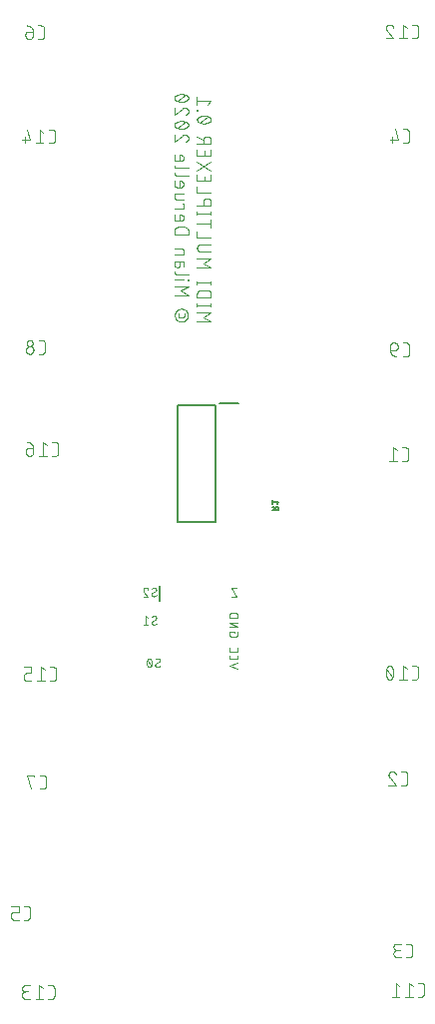
<source format=gbr>
G04 EAGLE Gerber RS-274X export*
G75*
%MOMM*%
%FSLAX34Y34*%
%LPD*%
%INSilkscreen Bottom*%
%IPPOS*%
%AMOC8*
5,1,8,0,0,1.08239X$1,22.5*%
G01*
%ADD10C,0.076200*%
%ADD11C,0.101600*%
%ADD12C,0.203200*%
%ADD13C,0.127000*%
%ADD14C,0.200000*%


D10*
X182527Y343018D02*
X182529Y342940D01*
X182534Y342862D01*
X182544Y342785D01*
X182557Y342708D01*
X182573Y342632D01*
X182593Y342557D01*
X182617Y342483D01*
X182644Y342410D01*
X182675Y342338D01*
X182709Y342268D01*
X182746Y342199D01*
X182787Y342133D01*
X182831Y342068D01*
X182877Y342006D01*
X182927Y341946D01*
X182979Y341888D01*
X183034Y341833D01*
X183092Y341781D01*
X183152Y341731D01*
X183214Y341685D01*
X183279Y341641D01*
X183346Y341600D01*
X183414Y341563D01*
X183484Y341529D01*
X183556Y341498D01*
X183629Y341471D01*
X183703Y341447D01*
X183778Y341427D01*
X183854Y341411D01*
X183931Y341398D01*
X184008Y341388D01*
X184086Y341383D01*
X184164Y341381D01*
X184278Y341383D01*
X184391Y341388D01*
X184505Y341398D01*
X184618Y341411D01*
X184730Y341428D01*
X184842Y341448D01*
X184953Y341472D01*
X185064Y341500D01*
X185173Y341531D01*
X185281Y341566D01*
X185388Y341605D01*
X185494Y341647D01*
X185598Y341692D01*
X185701Y341741D01*
X185802Y341794D01*
X185901Y341849D01*
X185999Y341908D01*
X186094Y341970D01*
X186187Y342035D01*
X186279Y342103D01*
X186367Y342174D01*
X186454Y342248D01*
X186538Y342325D01*
X186619Y342404D01*
X186415Y347110D02*
X186413Y347188D01*
X186408Y347266D01*
X186398Y347343D01*
X186385Y347420D01*
X186369Y347496D01*
X186349Y347571D01*
X186325Y347645D01*
X186298Y347718D01*
X186267Y347790D01*
X186233Y347860D01*
X186196Y347929D01*
X186155Y347995D01*
X186111Y348060D01*
X186065Y348122D01*
X186015Y348182D01*
X185963Y348240D01*
X185908Y348295D01*
X185850Y348347D01*
X185790Y348397D01*
X185728Y348443D01*
X185663Y348487D01*
X185597Y348528D01*
X185528Y348565D01*
X185458Y348599D01*
X185386Y348630D01*
X185313Y348657D01*
X185239Y348681D01*
X185164Y348701D01*
X185088Y348717D01*
X185011Y348730D01*
X184934Y348740D01*
X184856Y348745D01*
X184778Y348747D01*
X184668Y348745D01*
X184559Y348739D01*
X184449Y348729D01*
X184341Y348716D01*
X184232Y348698D01*
X184125Y348677D01*
X184018Y348651D01*
X183912Y348622D01*
X183807Y348590D01*
X183704Y348553D01*
X183602Y348513D01*
X183501Y348469D01*
X183402Y348421D01*
X183305Y348371D01*
X183210Y348316D01*
X183117Y348258D01*
X183026Y348197D01*
X182937Y348133D01*
X185596Y345677D02*
X185663Y345719D01*
X185728Y345763D01*
X185790Y345811D01*
X185850Y345861D01*
X185908Y345914D01*
X185963Y345970D01*
X186015Y346029D01*
X186065Y346089D01*
X186112Y346153D01*
X186155Y346218D01*
X186196Y346285D01*
X186233Y346354D01*
X186267Y346425D01*
X186298Y346497D01*
X186325Y346571D01*
X186349Y346645D01*
X186369Y346721D01*
X186385Y346798D01*
X186398Y346875D01*
X186408Y346953D01*
X186413Y347032D01*
X186415Y347110D01*
X183345Y344450D02*
X183279Y344409D01*
X183214Y344364D01*
X183152Y344317D01*
X183092Y344266D01*
X183034Y344213D01*
X182979Y344157D01*
X182926Y344099D01*
X182877Y344038D01*
X182830Y343975D01*
X182787Y343910D01*
X182746Y343843D01*
X182709Y343774D01*
X182675Y343703D01*
X182644Y343631D01*
X182617Y343557D01*
X182593Y343482D01*
X182573Y343407D01*
X182557Y343330D01*
X182544Y343253D01*
X182534Y343175D01*
X182529Y343096D01*
X182527Y343018D01*
X183345Y344450D02*
X185596Y345678D01*
X179547Y345064D02*
X179545Y345217D01*
X179539Y345370D01*
X179530Y345522D01*
X179516Y345675D01*
X179499Y345827D01*
X179478Y345978D01*
X179453Y346129D01*
X179424Y346279D01*
X179392Y346429D01*
X179355Y346577D01*
X179315Y346725D01*
X179272Y346872D01*
X179224Y347017D01*
X179173Y347161D01*
X179119Y347304D01*
X179060Y347446D01*
X178999Y347585D01*
X178933Y347724D01*
X178934Y347724D02*
X178908Y347794D01*
X178878Y347863D01*
X178846Y347931D01*
X178809Y347997D01*
X178770Y348061D01*
X178727Y348123D01*
X178682Y348182D01*
X178633Y348240D01*
X178582Y348294D01*
X178528Y348347D01*
X178471Y348396D01*
X178412Y348443D01*
X178351Y348486D01*
X178288Y348527D01*
X178223Y348564D01*
X178156Y348599D01*
X178087Y348629D01*
X178017Y348657D01*
X177946Y348680D01*
X177874Y348701D01*
X177801Y348717D01*
X177727Y348730D01*
X177652Y348740D01*
X177577Y348745D01*
X177502Y348747D01*
X177427Y348745D01*
X177352Y348740D01*
X177277Y348730D01*
X177203Y348717D01*
X177130Y348701D01*
X177058Y348680D01*
X176987Y348657D01*
X176917Y348629D01*
X176848Y348599D01*
X176781Y348564D01*
X176716Y348527D01*
X176653Y348486D01*
X176592Y348443D01*
X176533Y348396D01*
X176476Y348347D01*
X176422Y348294D01*
X176371Y348240D01*
X176323Y348182D01*
X176277Y348123D01*
X176234Y348061D01*
X176195Y347997D01*
X176159Y347931D01*
X176126Y347864D01*
X176096Y347794D01*
X176070Y347724D01*
X176069Y347724D02*
X176004Y347586D01*
X175942Y347446D01*
X175884Y347304D01*
X175829Y347161D01*
X175778Y347017D01*
X175730Y346872D01*
X175687Y346725D01*
X175647Y346578D01*
X175610Y346429D01*
X175578Y346279D01*
X175549Y346129D01*
X175524Y345978D01*
X175503Y345827D01*
X175486Y345675D01*
X175472Y345522D01*
X175463Y345370D01*
X175457Y345217D01*
X175455Y345064D01*
X179548Y345064D02*
X179546Y344911D01*
X179540Y344758D01*
X179531Y344605D01*
X179517Y344453D01*
X179500Y344301D01*
X179479Y344150D01*
X179454Y343999D01*
X179425Y343848D01*
X179393Y343699D01*
X179356Y343550D01*
X179316Y343403D01*
X179273Y343256D01*
X179225Y343111D01*
X179174Y342966D01*
X179119Y342824D01*
X179061Y342682D01*
X178999Y342542D01*
X178934Y342404D01*
X178908Y342334D01*
X178878Y342264D01*
X178846Y342197D01*
X178809Y342131D01*
X178770Y342067D01*
X178727Y342005D01*
X178681Y341946D01*
X178633Y341888D01*
X178582Y341834D01*
X178528Y341781D01*
X178471Y341732D01*
X178412Y341685D01*
X178351Y341642D01*
X178288Y341601D01*
X178223Y341564D01*
X178156Y341529D01*
X178087Y341499D01*
X178017Y341471D01*
X177946Y341448D01*
X177874Y341427D01*
X177801Y341411D01*
X177727Y341398D01*
X177652Y341388D01*
X177577Y341383D01*
X177502Y341381D01*
X176070Y342404D02*
X176005Y342542D01*
X175943Y342682D01*
X175885Y342824D01*
X175830Y342967D01*
X175779Y343111D01*
X175731Y343256D01*
X175688Y343403D01*
X175648Y343551D01*
X175611Y343699D01*
X175579Y343849D01*
X175550Y343999D01*
X175525Y344150D01*
X175504Y344301D01*
X175487Y344453D01*
X175473Y344606D01*
X175464Y344758D01*
X175458Y344911D01*
X175456Y345064D01*
X176070Y342404D02*
X176096Y342333D01*
X176126Y342264D01*
X176159Y342197D01*
X176195Y342131D01*
X176234Y342067D01*
X176277Y342005D01*
X176323Y341946D01*
X176371Y341888D01*
X176422Y341834D01*
X176476Y341781D01*
X176533Y341732D01*
X176592Y341685D01*
X176653Y341642D01*
X176716Y341601D01*
X176781Y341564D01*
X176848Y341529D01*
X176917Y341499D01*
X176987Y341471D01*
X177058Y341448D01*
X177130Y341427D01*
X177203Y341411D01*
X177277Y341398D01*
X177352Y341388D01*
X177427Y341383D01*
X177502Y341381D01*
X179138Y343018D02*
X175865Y347110D01*
X181164Y377381D02*
X181086Y377383D01*
X181008Y377388D01*
X180931Y377398D01*
X180854Y377411D01*
X180778Y377427D01*
X180703Y377447D01*
X180629Y377471D01*
X180556Y377498D01*
X180484Y377529D01*
X180414Y377563D01*
X180346Y377600D01*
X180279Y377641D01*
X180214Y377685D01*
X180152Y377731D01*
X180092Y377781D01*
X180034Y377833D01*
X179979Y377888D01*
X179927Y377946D01*
X179877Y378006D01*
X179831Y378068D01*
X179787Y378133D01*
X179746Y378199D01*
X179709Y378268D01*
X179675Y378338D01*
X179644Y378410D01*
X179617Y378483D01*
X179593Y378557D01*
X179573Y378632D01*
X179557Y378708D01*
X179544Y378785D01*
X179534Y378862D01*
X179529Y378940D01*
X179527Y379018D01*
X181164Y377381D02*
X181278Y377383D01*
X181391Y377388D01*
X181505Y377398D01*
X181618Y377411D01*
X181730Y377428D01*
X181842Y377448D01*
X181953Y377472D01*
X182064Y377500D01*
X182173Y377531D01*
X182281Y377566D01*
X182388Y377605D01*
X182494Y377647D01*
X182598Y377692D01*
X182701Y377741D01*
X182802Y377794D01*
X182901Y377849D01*
X182999Y377908D01*
X183094Y377970D01*
X183187Y378035D01*
X183279Y378103D01*
X183367Y378174D01*
X183454Y378248D01*
X183538Y378325D01*
X183619Y378404D01*
X183415Y383110D02*
X183413Y383188D01*
X183408Y383266D01*
X183398Y383343D01*
X183385Y383420D01*
X183369Y383496D01*
X183349Y383571D01*
X183325Y383645D01*
X183298Y383718D01*
X183267Y383790D01*
X183233Y383860D01*
X183196Y383929D01*
X183155Y383995D01*
X183111Y384060D01*
X183065Y384122D01*
X183015Y384182D01*
X182963Y384240D01*
X182908Y384295D01*
X182850Y384347D01*
X182790Y384397D01*
X182728Y384443D01*
X182663Y384487D01*
X182597Y384528D01*
X182528Y384565D01*
X182458Y384599D01*
X182386Y384630D01*
X182313Y384657D01*
X182239Y384681D01*
X182164Y384701D01*
X182088Y384717D01*
X182011Y384730D01*
X181934Y384740D01*
X181856Y384745D01*
X181778Y384747D01*
X181668Y384745D01*
X181559Y384739D01*
X181449Y384729D01*
X181341Y384716D01*
X181232Y384698D01*
X181125Y384677D01*
X181018Y384651D01*
X180912Y384622D01*
X180807Y384590D01*
X180704Y384553D01*
X180602Y384513D01*
X180501Y384469D01*
X180402Y384421D01*
X180305Y384371D01*
X180210Y384316D01*
X180117Y384258D01*
X180026Y384197D01*
X179937Y384133D01*
X182596Y381677D02*
X182663Y381719D01*
X182728Y381763D01*
X182790Y381811D01*
X182850Y381861D01*
X182908Y381914D01*
X182963Y381970D01*
X183015Y382029D01*
X183065Y382089D01*
X183112Y382153D01*
X183155Y382218D01*
X183196Y382285D01*
X183233Y382354D01*
X183267Y382425D01*
X183298Y382497D01*
X183325Y382571D01*
X183349Y382645D01*
X183369Y382721D01*
X183385Y382798D01*
X183398Y382875D01*
X183408Y382953D01*
X183413Y383032D01*
X183415Y383110D01*
X180345Y380450D02*
X180279Y380409D01*
X180214Y380364D01*
X180152Y380317D01*
X180092Y380266D01*
X180034Y380213D01*
X179979Y380157D01*
X179926Y380099D01*
X179877Y380038D01*
X179830Y379975D01*
X179787Y379910D01*
X179746Y379843D01*
X179709Y379774D01*
X179675Y379703D01*
X179644Y379631D01*
X179617Y379557D01*
X179593Y379482D01*
X179573Y379407D01*
X179557Y379330D01*
X179544Y379253D01*
X179534Y379175D01*
X179529Y379096D01*
X179527Y379018D01*
X180345Y380450D02*
X182596Y381678D01*
X176548Y383110D02*
X174502Y384747D01*
X174502Y377381D01*
X176548Y377381D02*
X172455Y377381D01*
X181164Y401381D02*
X181086Y401383D01*
X181008Y401388D01*
X180931Y401398D01*
X180854Y401411D01*
X180778Y401427D01*
X180703Y401447D01*
X180629Y401471D01*
X180556Y401498D01*
X180484Y401529D01*
X180414Y401563D01*
X180346Y401600D01*
X180279Y401641D01*
X180214Y401685D01*
X180152Y401731D01*
X180092Y401781D01*
X180034Y401833D01*
X179979Y401888D01*
X179927Y401946D01*
X179877Y402006D01*
X179831Y402068D01*
X179787Y402133D01*
X179746Y402199D01*
X179709Y402268D01*
X179675Y402338D01*
X179644Y402410D01*
X179617Y402483D01*
X179593Y402557D01*
X179573Y402632D01*
X179557Y402708D01*
X179544Y402785D01*
X179534Y402862D01*
X179529Y402940D01*
X179527Y403018D01*
X181164Y401381D02*
X181278Y401383D01*
X181391Y401388D01*
X181505Y401398D01*
X181618Y401411D01*
X181730Y401428D01*
X181842Y401448D01*
X181953Y401472D01*
X182064Y401500D01*
X182173Y401531D01*
X182281Y401566D01*
X182388Y401605D01*
X182494Y401647D01*
X182598Y401692D01*
X182701Y401741D01*
X182802Y401794D01*
X182901Y401849D01*
X182999Y401908D01*
X183094Y401970D01*
X183187Y402035D01*
X183279Y402103D01*
X183367Y402174D01*
X183454Y402248D01*
X183538Y402325D01*
X183619Y402404D01*
X183415Y407110D02*
X183413Y407188D01*
X183408Y407266D01*
X183398Y407343D01*
X183385Y407420D01*
X183369Y407496D01*
X183349Y407571D01*
X183325Y407645D01*
X183298Y407718D01*
X183267Y407790D01*
X183233Y407860D01*
X183196Y407929D01*
X183155Y407995D01*
X183111Y408060D01*
X183065Y408122D01*
X183015Y408182D01*
X182963Y408240D01*
X182908Y408295D01*
X182850Y408347D01*
X182790Y408397D01*
X182728Y408443D01*
X182663Y408487D01*
X182597Y408528D01*
X182528Y408565D01*
X182458Y408599D01*
X182386Y408630D01*
X182313Y408657D01*
X182239Y408681D01*
X182164Y408701D01*
X182088Y408717D01*
X182011Y408730D01*
X181934Y408740D01*
X181856Y408745D01*
X181778Y408747D01*
X181668Y408745D01*
X181559Y408739D01*
X181449Y408729D01*
X181341Y408716D01*
X181232Y408698D01*
X181125Y408677D01*
X181018Y408651D01*
X180912Y408622D01*
X180807Y408590D01*
X180704Y408553D01*
X180602Y408513D01*
X180501Y408469D01*
X180402Y408421D01*
X180305Y408371D01*
X180210Y408316D01*
X180117Y408258D01*
X180026Y408197D01*
X179937Y408133D01*
X182596Y405677D02*
X182663Y405719D01*
X182728Y405763D01*
X182790Y405811D01*
X182850Y405861D01*
X182908Y405914D01*
X182963Y405970D01*
X183015Y406029D01*
X183065Y406089D01*
X183112Y406153D01*
X183155Y406218D01*
X183196Y406285D01*
X183233Y406354D01*
X183267Y406425D01*
X183298Y406497D01*
X183325Y406571D01*
X183349Y406645D01*
X183369Y406721D01*
X183385Y406798D01*
X183398Y406875D01*
X183408Y406953D01*
X183413Y407032D01*
X183415Y407110D01*
X180345Y404450D02*
X180279Y404409D01*
X180214Y404364D01*
X180152Y404317D01*
X180092Y404266D01*
X180034Y404213D01*
X179979Y404157D01*
X179926Y404099D01*
X179877Y404038D01*
X179830Y403975D01*
X179787Y403910D01*
X179746Y403843D01*
X179709Y403774D01*
X179675Y403703D01*
X179644Y403631D01*
X179617Y403557D01*
X179593Y403482D01*
X179573Y403407D01*
X179557Y403330D01*
X179544Y403253D01*
X179534Y403175D01*
X179529Y403096D01*
X179527Y403018D01*
X180345Y404450D02*
X182596Y405678D01*
X174297Y408748D02*
X174212Y408746D01*
X174127Y408740D01*
X174043Y408730D01*
X173959Y408717D01*
X173875Y408699D01*
X173793Y408678D01*
X173712Y408653D01*
X173632Y408624D01*
X173553Y408591D01*
X173476Y408555D01*
X173401Y408515D01*
X173327Y408472D01*
X173256Y408426D01*
X173187Y408376D01*
X173120Y408323D01*
X173056Y408267D01*
X172995Y408208D01*
X172936Y408147D01*
X172880Y408083D01*
X172827Y408016D01*
X172777Y407947D01*
X172731Y407876D01*
X172688Y407802D01*
X172648Y407727D01*
X172612Y407650D01*
X172579Y407571D01*
X172550Y407491D01*
X172525Y407410D01*
X172504Y407328D01*
X172486Y407244D01*
X172473Y407160D01*
X172463Y407076D01*
X172457Y406991D01*
X172455Y406906D01*
X174297Y408747D02*
X174393Y408745D01*
X174489Y408739D01*
X174584Y408729D01*
X174679Y408716D01*
X174774Y408698D01*
X174867Y408677D01*
X174960Y408652D01*
X175051Y408623D01*
X175142Y408591D01*
X175231Y408555D01*
X175318Y408515D01*
X175404Y408472D01*
X175488Y408426D01*
X175570Y408376D01*
X175650Y408322D01*
X175727Y408266D01*
X175802Y408206D01*
X175875Y408144D01*
X175945Y408078D01*
X176013Y408010D01*
X176078Y407939D01*
X176139Y407866D01*
X176198Y407790D01*
X176254Y407711D01*
X176306Y407631D01*
X176355Y407548D01*
X176401Y407464D01*
X176443Y407378D01*
X176481Y407290D01*
X176516Y407201D01*
X176548Y407110D01*
X173069Y405474D02*
X173009Y405533D01*
X172952Y405595D01*
X172897Y405659D01*
X172846Y405726D01*
X172797Y405795D01*
X172751Y405865D01*
X172708Y405938D01*
X172668Y406012D01*
X172632Y406088D01*
X172599Y406166D01*
X172569Y406245D01*
X172542Y406325D01*
X172519Y406406D01*
X172500Y406488D01*
X172484Y406570D01*
X172471Y406654D01*
X172462Y406738D01*
X172457Y406822D01*
X172455Y406906D01*
X173069Y405473D02*
X176548Y401381D01*
X172455Y401381D01*
X247527Y408747D02*
X251619Y408747D01*
X247527Y408747D02*
X251619Y401381D01*
X247527Y401381D01*
X249473Y371473D02*
X249473Y370246D01*
X249473Y371473D02*
X245381Y371473D01*
X245381Y369018D01*
X245383Y368940D01*
X245388Y368862D01*
X245398Y368785D01*
X245411Y368708D01*
X245427Y368632D01*
X245447Y368557D01*
X245471Y368483D01*
X245498Y368410D01*
X245529Y368338D01*
X245563Y368268D01*
X245600Y368200D01*
X245641Y368133D01*
X245685Y368068D01*
X245731Y368006D01*
X245781Y367946D01*
X245833Y367888D01*
X245888Y367833D01*
X245946Y367781D01*
X246006Y367731D01*
X246068Y367685D01*
X246133Y367641D01*
X246200Y367600D01*
X246268Y367563D01*
X246338Y367529D01*
X246410Y367498D01*
X246483Y367471D01*
X246557Y367447D01*
X246632Y367427D01*
X246708Y367411D01*
X246785Y367398D01*
X246862Y367388D01*
X246940Y367383D01*
X247018Y367381D01*
X251110Y367381D01*
X251188Y367383D01*
X251266Y367388D01*
X251343Y367398D01*
X251420Y367411D01*
X251496Y367427D01*
X251571Y367447D01*
X251645Y367471D01*
X251718Y367498D01*
X251790Y367529D01*
X251860Y367563D01*
X251929Y367600D01*
X251995Y367641D01*
X252060Y367685D01*
X252122Y367731D01*
X252182Y367781D01*
X252240Y367833D01*
X252295Y367888D01*
X252347Y367946D01*
X252397Y368006D01*
X252443Y368068D01*
X252487Y368133D01*
X252528Y368200D01*
X252565Y368268D01*
X252599Y368338D01*
X252630Y368410D01*
X252657Y368483D01*
X252681Y368557D01*
X252701Y368632D01*
X252717Y368708D01*
X252730Y368785D01*
X252740Y368862D01*
X252745Y368940D01*
X252747Y369018D01*
X252747Y371473D01*
X252747Y375184D02*
X245381Y375184D01*
X245381Y379276D02*
X252747Y375184D01*
X252747Y379276D02*
X245381Y379276D01*
X245381Y382987D02*
X252747Y382987D01*
X252747Y385033D01*
X252745Y385122D01*
X252739Y385211D01*
X252729Y385300D01*
X252716Y385388D01*
X252699Y385476D01*
X252677Y385563D01*
X252652Y385648D01*
X252624Y385733D01*
X252591Y385816D01*
X252555Y385898D01*
X252516Y385978D01*
X252473Y386056D01*
X252427Y386132D01*
X252377Y386207D01*
X252324Y386279D01*
X252268Y386348D01*
X252209Y386415D01*
X252148Y386480D01*
X252083Y386541D01*
X252016Y386600D01*
X251947Y386656D01*
X251875Y386709D01*
X251800Y386759D01*
X251724Y386805D01*
X251646Y386848D01*
X251566Y386887D01*
X251484Y386923D01*
X251401Y386956D01*
X251316Y386984D01*
X251231Y387009D01*
X251144Y387031D01*
X251056Y387048D01*
X250968Y387061D01*
X250879Y387071D01*
X250790Y387077D01*
X250701Y387079D01*
X247427Y387079D01*
X247338Y387077D01*
X247249Y387071D01*
X247160Y387061D01*
X247072Y387048D01*
X246984Y387031D01*
X246897Y387009D01*
X246812Y386984D01*
X246727Y386956D01*
X246644Y386923D01*
X246562Y386887D01*
X246482Y386848D01*
X246404Y386805D01*
X246328Y386759D01*
X246253Y386709D01*
X246181Y386656D01*
X246112Y386600D01*
X246045Y386541D01*
X245980Y386480D01*
X245919Y386415D01*
X245860Y386348D01*
X245804Y386279D01*
X245751Y386207D01*
X245701Y386132D01*
X245655Y386056D01*
X245612Y385978D01*
X245573Y385898D01*
X245537Y385816D01*
X245504Y385733D01*
X245476Y385648D01*
X245451Y385563D01*
X245429Y385476D01*
X245412Y385388D01*
X245399Y385300D01*
X245389Y385211D01*
X245383Y385122D01*
X245381Y385033D01*
X245381Y382987D01*
X245381Y342836D02*
X252747Y340381D01*
X252747Y345292D02*
X245381Y342836D01*
X245381Y349719D02*
X245381Y351356D01*
X245381Y349719D02*
X245383Y349641D01*
X245388Y349563D01*
X245398Y349486D01*
X245411Y349409D01*
X245427Y349333D01*
X245447Y349258D01*
X245471Y349184D01*
X245498Y349111D01*
X245529Y349039D01*
X245563Y348969D01*
X245600Y348901D01*
X245641Y348834D01*
X245685Y348769D01*
X245731Y348707D01*
X245781Y348647D01*
X245833Y348589D01*
X245888Y348534D01*
X245946Y348482D01*
X246006Y348432D01*
X246068Y348386D01*
X246133Y348342D01*
X246200Y348301D01*
X246268Y348264D01*
X246338Y348230D01*
X246410Y348199D01*
X246483Y348172D01*
X246557Y348148D01*
X246632Y348128D01*
X246708Y348112D01*
X246785Y348099D01*
X246862Y348089D01*
X246940Y348084D01*
X247018Y348082D01*
X251110Y348082D01*
X251188Y348084D01*
X251266Y348089D01*
X251343Y348099D01*
X251420Y348112D01*
X251496Y348128D01*
X251571Y348148D01*
X251645Y348172D01*
X251718Y348199D01*
X251790Y348230D01*
X251860Y348264D01*
X251929Y348301D01*
X251995Y348342D01*
X252060Y348386D01*
X252122Y348432D01*
X252182Y348482D01*
X252240Y348534D01*
X252295Y348589D01*
X252347Y348647D01*
X252397Y348707D01*
X252443Y348769D01*
X252487Y348834D01*
X252528Y348901D01*
X252565Y348969D01*
X252599Y349039D01*
X252630Y349111D01*
X252657Y349184D01*
X252681Y349258D01*
X252701Y349333D01*
X252717Y349409D01*
X252730Y349486D01*
X252740Y349563D01*
X252745Y349641D01*
X252747Y349719D01*
X252747Y351356D01*
X245381Y355815D02*
X245381Y357452D01*
X245381Y355815D02*
X245383Y355737D01*
X245388Y355659D01*
X245398Y355582D01*
X245411Y355505D01*
X245427Y355429D01*
X245447Y355354D01*
X245471Y355280D01*
X245498Y355207D01*
X245529Y355135D01*
X245563Y355065D01*
X245600Y354997D01*
X245641Y354930D01*
X245685Y354865D01*
X245731Y354803D01*
X245781Y354743D01*
X245833Y354685D01*
X245888Y354630D01*
X245946Y354578D01*
X246006Y354528D01*
X246068Y354482D01*
X246133Y354438D01*
X246200Y354397D01*
X246268Y354360D01*
X246338Y354326D01*
X246410Y354295D01*
X246483Y354268D01*
X246557Y354244D01*
X246632Y354224D01*
X246708Y354208D01*
X246785Y354195D01*
X246862Y354185D01*
X246940Y354180D01*
X247018Y354178D01*
X251110Y354178D01*
X251188Y354180D01*
X251266Y354185D01*
X251343Y354195D01*
X251420Y354208D01*
X251496Y354224D01*
X251571Y354244D01*
X251645Y354268D01*
X251718Y354295D01*
X251790Y354326D01*
X251860Y354360D01*
X251929Y354397D01*
X251995Y354438D01*
X252060Y354482D01*
X252122Y354528D01*
X252182Y354578D01*
X252240Y354630D01*
X252295Y354685D01*
X252347Y354743D01*
X252397Y354803D01*
X252443Y354865D01*
X252487Y354930D01*
X252528Y354997D01*
X252565Y355065D01*
X252599Y355135D01*
X252630Y355207D01*
X252657Y355280D01*
X252681Y355354D01*
X252701Y355429D01*
X252717Y355505D01*
X252730Y355582D01*
X252740Y355659D01*
X252745Y355737D01*
X252747Y355815D01*
X252747Y357452D01*
D11*
X229742Y634308D02*
X218058Y634308D01*
X223251Y638203D02*
X229742Y634308D01*
X223251Y638203D02*
X229742Y642097D01*
X218058Y642097D01*
X218058Y648490D02*
X229742Y648490D01*
X218058Y647191D02*
X218058Y649788D01*
X229742Y649788D02*
X229742Y647191D01*
X229742Y654769D02*
X218058Y654769D01*
X229742Y654769D02*
X229742Y658015D01*
X229740Y658128D01*
X229734Y658241D01*
X229724Y658354D01*
X229710Y658467D01*
X229693Y658579D01*
X229671Y658690D01*
X229646Y658800D01*
X229616Y658910D01*
X229583Y659018D01*
X229546Y659125D01*
X229506Y659231D01*
X229461Y659335D01*
X229413Y659438D01*
X229362Y659539D01*
X229307Y659638D01*
X229249Y659735D01*
X229187Y659830D01*
X229122Y659923D01*
X229054Y660013D01*
X228983Y660101D01*
X228908Y660187D01*
X228831Y660270D01*
X228751Y660350D01*
X228668Y660427D01*
X228582Y660502D01*
X228494Y660573D01*
X228404Y660641D01*
X228311Y660706D01*
X228216Y660768D01*
X228119Y660826D01*
X228020Y660881D01*
X227919Y660932D01*
X227816Y660980D01*
X227712Y661025D01*
X227606Y661065D01*
X227499Y661102D01*
X227391Y661135D01*
X227281Y661165D01*
X227171Y661190D01*
X227060Y661212D01*
X226948Y661229D01*
X226835Y661243D01*
X226722Y661253D01*
X226609Y661259D01*
X226496Y661261D01*
X226496Y661260D02*
X221304Y661260D01*
X221304Y661261D02*
X221191Y661259D01*
X221078Y661253D01*
X220965Y661243D01*
X220852Y661229D01*
X220740Y661212D01*
X220629Y661190D01*
X220519Y661165D01*
X220409Y661135D01*
X220301Y661102D01*
X220194Y661065D01*
X220088Y661025D01*
X219984Y660980D01*
X219881Y660932D01*
X219780Y660881D01*
X219681Y660826D01*
X219584Y660768D01*
X219489Y660706D01*
X219396Y660641D01*
X219306Y660573D01*
X219218Y660502D01*
X219132Y660427D01*
X219049Y660350D01*
X218969Y660270D01*
X218892Y660187D01*
X218817Y660101D01*
X218746Y660013D01*
X218678Y659923D01*
X218613Y659830D01*
X218551Y659735D01*
X218493Y659638D01*
X218438Y659539D01*
X218387Y659438D01*
X218339Y659335D01*
X218294Y659231D01*
X218254Y659125D01*
X218217Y659018D01*
X218184Y658910D01*
X218154Y658800D01*
X218129Y658690D01*
X218107Y658579D01*
X218090Y658467D01*
X218076Y658354D01*
X218066Y658241D01*
X218060Y658128D01*
X218058Y658015D01*
X218058Y654769D01*
X218058Y667540D02*
X229742Y667540D01*
X218058Y666241D02*
X218058Y668838D01*
X229742Y668838D02*
X229742Y666241D01*
X229742Y680028D02*
X218058Y680028D01*
X223251Y683923D02*
X229742Y680028D01*
X223251Y683923D02*
X229742Y687817D01*
X218058Y687817D01*
X221304Y693631D02*
X229742Y693631D01*
X221304Y693631D02*
X221191Y693633D01*
X221078Y693639D01*
X220965Y693649D01*
X220852Y693663D01*
X220740Y693680D01*
X220629Y693702D01*
X220519Y693727D01*
X220409Y693757D01*
X220301Y693790D01*
X220194Y693827D01*
X220088Y693867D01*
X219984Y693912D01*
X219881Y693960D01*
X219780Y694011D01*
X219681Y694066D01*
X219584Y694124D01*
X219489Y694186D01*
X219396Y694251D01*
X219306Y694319D01*
X219218Y694390D01*
X219132Y694465D01*
X219049Y694542D01*
X218969Y694622D01*
X218892Y694705D01*
X218817Y694791D01*
X218746Y694879D01*
X218678Y694969D01*
X218613Y695062D01*
X218551Y695157D01*
X218493Y695254D01*
X218438Y695353D01*
X218387Y695454D01*
X218339Y695557D01*
X218294Y695661D01*
X218254Y695767D01*
X218217Y695874D01*
X218184Y695982D01*
X218154Y696092D01*
X218129Y696202D01*
X218107Y696313D01*
X218090Y696425D01*
X218076Y696538D01*
X218066Y696651D01*
X218060Y696764D01*
X218058Y696877D01*
X218060Y696990D01*
X218066Y697103D01*
X218076Y697216D01*
X218090Y697329D01*
X218107Y697441D01*
X218129Y697552D01*
X218154Y697662D01*
X218184Y697772D01*
X218217Y697880D01*
X218254Y697987D01*
X218294Y698093D01*
X218339Y698197D01*
X218387Y698300D01*
X218438Y698401D01*
X218493Y698500D01*
X218551Y698597D01*
X218613Y698692D01*
X218678Y698785D01*
X218746Y698875D01*
X218817Y698963D01*
X218892Y699049D01*
X218969Y699132D01*
X219049Y699212D01*
X219132Y699289D01*
X219218Y699364D01*
X219306Y699435D01*
X219396Y699503D01*
X219489Y699568D01*
X219584Y699630D01*
X219681Y699688D01*
X219780Y699743D01*
X219881Y699794D01*
X219984Y699842D01*
X220088Y699887D01*
X220194Y699927D01*
X220301Y699964D01*
X220409Y699997D01*
X220519Y700027D01*
X220629Y700052D01*
X220740Y700074D01*
X220852Y700091D01*
X220965Y700105D01*
X221078Y700115D01*
X221191Y700121D01*
X221304Y700123D01*
X221304Y700122D02*
X229742Y700122D01*
X229742Y705846D02*
X218058Y705846D01*
X218058Y711039D01*
X218058Y717832D02*
X229742Y717832D01*
X229742Y721077D02*
X229742Y714586D01*
X229742Y726214D02*
X218058Y726214D01*
X218058Y727512D02*
X218058Y724915D01*
X229742Y724915D02*
X229742Y727512D01*
X229742Y732662D02*
X218058Y732662D01*
X229742Y732662D02*
X229742Y735908D01*
X229740Y736021D01*
X229734Y736134D01*
X229724Y736247D01*
X229710Y736360D01*
X229693Y736472D01*
X229671Y736583D01*
X229646Y736693D01*
X229616Y736803D01*
X229583Y736911D01*
X229546Y737018D01*
X229506Y737124D01*
X229461Y737228D01*
X229413Y737331D01*
X229362Y737432D01*
X229307Y737531D01*
X229249Y737628D01*
X229187Y737723D01*
X229122Y737816D01*
X229054Y737906D01*
X228983Y737994D01*
X228908Y738080D01*
X228831Y738163D01*
X228751Y738243D01*
X228668Y738320D01*
X228582Y738395D01*
X228494Y738466D01*
X228404Y738534D01*
X228311Y738599D01*
X228216Y738661D01*
X228119Y738719D01*
X228020Y738774D01*
X227919Y738825D01*
X227816Y738873D01*
X227712Y738918D01*
X227606Y738958D01*
X227499Y738995D01*
X227391Y739028D01*
X227281Y739058D01*
X227171Y739083D01*
X227060Y739105D01*
X226948Y739122D01*
X226835Y739136D01*
X226722Y739146D01*
X226609Y739152D01*
X226496Y739154D01*
X226383Y739152D01*
X226270Y739146D01*
X226157Y739136D01*
X226044Y739122D01*
X225932Y739105D01*
X225821Y739083D01*
X225711Y739058D01*
X225601Y739028D01*
X225493Y738995D01*
X225386Y738958D01*
X225280Y738918D01*
X225176Y738873D01*
X225073Y738825D01*
X224972Y738774D01*
X224873Y738719D01*
X224776Y738661D01*
X224681Y738599D01*
X224588Y738534D01*
X224498Y738466D01*
X224410Y738395D01*
X224324Y738320D01*
X224241Y738243D01*
X224161Y738163D01*
X224084Y738080D01*
X224009Y737994D01*
X223938Y737906D01*
X223870Y737816D01*
X223805Y737723D01*
X223743Y737628D01*
X223685Y737531D01*
X223630Y737432D01*
X223579Y737331D01*
X223531Y737228D01*
X223486Y737124D01*
X223446Y737018D01*
X223409Y736911D01*
X223376Y736803D01*
X223346Y736693D01*
X223321Y736583D01*
X223299Y736472D01*
X223282Y736360D01*
X223268Y736247D01*
X223258Y736134D01*
X223252Y736021D01*
X223250Y735908D01*
X223251Y735908D02*
X223251Y732662D01*
X218058Y743946D02*
X229742Y743946D01*
X218058Y743946D02*
X218058Y749138D01*
X218058Y753852D02*
X218058Y759044D01*
X218058Y753852D02*
X229742Y753852D01*
X229742Y759044D01*
X224549Y757746D02*
X224549Y753852D01*
X218058Y762705D02*
X229742Y770494D01*
X229742Y762705D02*
X218058Y770494D01*
X218058Y775188D02*
X218058Y780380D01*
X218058Y775188D02*
X229742Y775188D01*
X229742Y780380D01*
X224549Y779082D02*
X224549Y775188D01*
X229742Y785145D02*
X218058Y785145D01*
X229742Y785145D02*
X229742Y788390D01*
X229740Y788503D01*
X229734Y788616D01*
X229724Y788729D01*
X229710Y788842D01*
X229693Y788954D01*
X229671Y789065D01*
X229646Y789175D01*
X229616Y789285D01*
X229583Y789393D01*
X229546Y789500D01*
X229506Y789606D01*
X229461Y789710D01*
X229413Y789813D01*
X229362Y789914D01*
X229307Y790013D01*
X229249Y790110D01*
X229187Y790205D01*
X229122Y790298D01*
X229054Y790388D01*
X228983Y790476D01*
X228908Y790562D01*
X228831Y790645D01*
X228751Y790725D01*
X228668Y790802D01*
X228582Y790877D01*
X228494Y790948D01*
X228404Y791016D01*
X228311Y791081D01*
X228216Y791143D01*
X228119Y791201D01*
X228020Y791256D01*
X227919Y791307D01*
X227816Y791355D01*
X227712Y791400D01*
X227606Y791440D01*
X227499Y791477D01*
X227391Y791510D01*
X227281Y791540D01*
X227171Y791565D01*
X227060Y791587D01*
X226948Y791604D01*
X226835Y791618D01*
X226722Y791628D01*
X226609Y791634D01*
X226496Y791636D01*
X226383Y791634D01*
X226270Y791628D01*
X226157Y791618D01*
X226044Y791604D01*
X225932Y791587D01*
X225821Y791565D01*
X225711Y791540D01*
X225601Y791510D01*
X225493Y791477D01*
X225386Y791440D01*
X225280Y791400D01*
X225176Y791355D01*
X225073Y791307D01*
X224972Y791256D01*
X224873Y791201D01*
X224776Y791143D01*
X224681Y791081D01*
X224588Y791016D01*
X224498Y790948D01*
X224410Y790877D01*
X224324Y790802D01*
X224241Y790725D01*
X224161Y790645D01*
X224084Y790562D01*
X224009Y790476D01*
X223938Y790388D01*
X223870Y790298D01*
X223805Y790205D01*
X223743Y790110D01*
X223685Y790013D01*
X223630Y789914D01*
X223579Y789813D01*
X223531Y789710D01*
X223486Y789606D01*
X223446Y789500D01*
X223409Y789393D01*
X223376Y789285D01*
X223346Y789175D01*
X223321Y789065D01*
X223299Y788954D01*
X223282Y788842D01*
X223268Y788729D01*
X223258Y788616D01*
X223252Y788503D01*
X223250Y788390D01*
X223251Y788390D02*
X223251Y785145D01*
X223251Y789039D02*
X218058Y791636D01*
X223900Y802597D02*
X224130Y802600D01*
X224360Y802608D01*
X224589Y802622D01*
X224818Y802641D01*
X225047Y802666D01*
X225274Y802696D01*
X225502Y802731D01*
X225728Y802772D01*
X225953Y802818D01*
X226177Y802870D01*
X226399Y802927D01*
X226621Y802989D01*
X226840Y803057D01*
X227058Y803130D01*
X227275Y803208D01*
X227489Y803291D01*
X227701Y803379D01*
X227911Y803472D01*
X228119Y803571D01*
X228119Y803570D02*
X228209Y803603D01*
X228298Y803639D01*
X228386Y803679D01*
X228471Y803723D01*
X228555Y803770D01*
X228637Y803820D01*
X228717Y803874D01*
X228794Y803930D01*
X228870Y803990D01*
X228943Y804053D01*
X229013Y804118D01*
X229081Y804187D01*
X229145Y804258D01*
X229207Y804331D01*
X229266Y804407D01*
X229322Y804485D01*
X229375Y804566D01*
X229424Y804648D01*
X229470Y804732D01*
X229513Y804819D01*
X229552Y804906D01*
X229588Y804996D01*
X229620Y805086D01*
X229648Y805178D01*
X229673Y805271D01*
X229694Y805365D01*
X229711Y805459D01*
X229725Y805554D01*
X229734Y805650D01*
X229740Y805746D01*
X229742Y805842D01*
X229740Y805938D01*
X229734Y806034D01*
X229725Y806130D01*
X229711Y806225D01*
X229694Y806319D01*
X229673Y806413D01*
X229648Y806506D01*
X229620Y806598D01*
X229588Y806688D01*
X229552Y806778D01*
X229513Y806865D01*
X229470Y806952D01*
X229424Y807036D01*
X229375Y807118D01*
X229322Y807199D01*
X229266Y807277D01*
X229207Y807353D01*
X229145Y807426D01*
X229081Y807497D01*
X229013Y807566D01*
X228943Y807631D01*
X228870Y807694D01*
X228794Y807754D01*
X228717Y807810D01*
X228637Y807864D01*
X228555Y807914D01*
X228471Y807961D01*
X228386Y808005D01*
X228298Y808045D01*
X228209Y808081D01*
X228119Y808114D01*
X228119Y808115D02*
X227912Y808214D01*
X227702Y808307D01*
X227489Y808395D01*
X227275Y808478D01*
X227059Y808556D01*
X226841Y808629D01*
X226621Y808697D01*
X226400Y808759D01*
X226177Y808816D01*
X225953Y808868D01*
X225728Y808914D01*
X225502Y808955D01*
X225275Y808990D01*
X225047Y809020D01*
X224818Y809045D01*
X224589Y809064D01*
X224360Y809078D01*
X224130Y809086D01*
X223900Y809089D01*
X223900Y802597D02*
X223670Y802600D01*
X223440Y802608D01*
X223211Y802622D01*
X222982Y802641D01*
X222753Y802666D01*
X222525Y802696D01*
X222298Y802731D01*
X222072Y802772D01*
X221847Y802818D01*
X221623Y802870D01*
X221400Y802927D01*
X221179Y802989D01*
X220959Y803057D01*
X220741Y803130D01*
X220525Y803208D01*
X220311Y803291D01*
X220099Y803379D01*
X219888Y803472D01*
X219681Y803571D01*
X219681Y803570D02*
X219591Y803603D01*
X219502Y803639D01*
X219414Y803680D01*
X219329Y803723D01*
X219245Y803770D01*
X219163Y803820D01*
X219083Y803874D01*
X219006Y803930D01*
X218930Y803990D01*
X218857Y804053D01*
X218787Y804118D01*
X218719Y804187D01*
X218655Y804258D01*
X218593Y804331D01*
X218534Y804407D01*
X218478Y804485D01*
X218425Y804566D01*
X218376Y804648D01*
X218330Y804732D01*
X218287Y804819D01*
X218248Y804906D01*
X218212Y804996D01*
X218180Y805086D01*
X218152Y805178D01*
X218127Y805271D01*
X218106Y805365D01*
X218089Y805459D01*
X218075Y805554D01*
X218066Y805650D01*
X218060Y805746D01*
X218058Y805842D01*
X219681Y808114D02*
X219888Y808213D01*
X220099Y808306D01*
X220311Y808394D01*
X220525Y808477D01*
X220741Y808555D01*
X220959Y808628D01*
X221179Y808696D01*
X221400Y808758D01*
X221623Y808815D01*
X221847Y808867D01*
X222072Y808913D01*
X222298Y808954D01*
X222525Y808989D01*
X222753Y809019D01*
X222982Y809044D01*
X223211Y809063D01*
X223440Y809077D01*
X223670Y809085D01*
X223900Y809088D01*
X219681Y808114D02*
X219591Y808081D01*
X219502Y808045D01*
X219414Y808005D01*
X219329Y807961D01*
X219245Y807914D01*
X219163Y807864D01*
X219083Y807810D01*
X219006Y807754D01*
X218930Y807694D01*
X218857Y807631D01*
X218787Y807566D01*
X218719Y807497D01*
X218655Y807426D01*
X218593Y807353D01*
X218534Y807277D01*
X218478Y807199D01*
X218425Y807118D01*
X218376Y807036D01*
X218330Y806952D01*
X218287Y806865D01*
X218248Y806778D01*
X218212Y806688D01*
X218180Y806598D01*
X218152Y806506D01*
X218127Y806413D01*
X218106Y806319D01*
X218089Y806225D01*
X218075Y806130D01*
X218066Y806034D01*
X218060Y805938D01*
X218058Y805842D01*
X220654Y803246D02*
X227146Y808439D01*
X218707Y813519D02*
X218058Y813519D01*
X218707Y813519D02*
X218707Y814168D01*
X218058Y814168D01*
X218058Y813519D01*
X227146Y818599D02*
X229742Y821844D01*
X218058Y821844D01*
X218058Y818599D02*
X218058Y825090D01*
X204850Y645342D02*
X204997Y645340D01*
X205144Y645334D01*
X205290Y645324D01*
X205436Y645311D01*
X205582Y645293D01*
X205728Y645272D01*
X205872Y645246D01*
X206016Y645217D01*
X206159Y645184D01*
X206302Y645148D01*
X206443Y645107D01*
X206583Y645063D01*
X206722Y645015D01*
X206859Y644963D01*
X206995Y644908D01*
X207130Y644849D01*
X207263Y644787D01*
X207394Y644721D01*
X207523Y644651D01*
X207651Y644578D01*
X207776Y644502D01*
X207900Y644422D01*
X208021Y644340D01*
X208140Y644254D01*
X208257Y644164D01*
X208371Y644072D01*
X208483Y643977D01*
X208592Y643879D01*
X208699Y643778D01*
X208803Y643674D01*
X208904Y643567D01*
X209002Y643458D01*
X209097Y643346D01*
X209189Y643232D01*
X209279Y643115D01*
X209365Y642996D01*
X209447Y642875D01*
X209527Y642751D01*
X209603Y642626D01*
X209676Y642498D01*
X209746Y642369D01*
X209812Y642238D01*
X209874Y642105D01*
X209933Y641970D01*
X209988Y641834D01*
X210040Y641697D01*
X210088Y641558D01*
X210132Y641418D01*
X210173Y641277D01*
X210209Y641134D01*
X210242Y640991D01*
X210271Y640847D01*
X210297Y640703D01*
X210318Y640557D01*
X210336Y640411D01*
X210349Y640265D01*
X210359Y640119D01*
X210365Y639972D01*
X210367Y639825D01*
X210365Y639678D01*
X210359Y639531D01*
X210349Y639385D01*
X210336Y639239D01*
X210318Y639093D01*
X210297Y638947D01*
X210271Y638803D01*
X210242Y638659D01*
X210209Y638516D01*
X210173Y638373D01*
X210132Y638232D01*
X210088Y638092D01*
X210040Y637953D01*
X209988Y637816D01*
X209933Y637680D01*
X209874Y637545D01*
X209812Y637412D01*
X209746Y637281D01*
X209676Y637152D01*
X209603Y637024D01*
X209527Y636899D01*
X209447Y636775D01*
X209365Y636654D01*
X209279Y636535D01*
X209189Y636418D01*
X209097Y636304D01*
X209002Y636192D01*
X208904Y636083D01*
X208803Y635976D01*
X208699Y635872D01*
X208592Y635771D01*
X208483Y635673D01*
X208371Y635578D01*
X208257Y635486D01*
X208140Y635396D01*
X208021Y635310D01*
X207900Y635228D01*
X207776Y635148D01*
X207651Y635072D01*
X207523Y634999D01*
X207394Y634929D01*
X207263Y634863D01*
X207130Y634801D01*
X206995Y634742D01*
X206859Y634687D01*
X206722Y634635D01*
X206583Y634587D01*
X206443Y634543D01*
X206302Y634502D01*
X206159Y634466D01*
X206016Y634433D01*
X205872Y634404D01*
X205728Y634378D01*
X205582Y634357D01*
X205436Y634339D01*
X205290Y634326D01*
X205144Y634316D01*
X204997Y634310D01*
X204850Y634308D01*
X204703Y634310D01*
X204556Y634316D01*
X204410Y634326D01*
X204264Y634339D01*
X204118Y634357D01*
X203972Y634378D01*
X203828Y634404D01*
X203684Y634433D01*
X203541Y634466D01*
X203398Y634502D01*
X203257Y634543D01*
X203117Y634587D01*
X202978Y634635D01*
X202841Y634687D01*
X202705Y634742D01*
X202570Y634801D01*
X202437Y634863D01*
X202306Y634929D01*
X202177Y634999D01*
X202049Y635072D01*
X201924Y635148D01*
X201800Y635228D01*
X201679Y635310D01*
X201560Y635396D01*
X201443Y635486D01*
X201329Y635578D01*
X201217Y635673D01*
X201108Y635771D01*
X201001Y635872D01*
X200897Y635976D01*
X200796Y636083D01*
X200698Y636192D01*
X200603Y636304D01*
X200511Y636418D01*
X200421Y636535D01*
X200335Y636654D01*
X200253Y636775D01*
X200173Y636899D01*
X200097Y637024D01*
X200024Y637152D01*
X199954Y637281D01*
X199888Y637412D01*
X199826Y637545D01*
X199767Y637680D01*
X199712Y637816D01*
X199660Y637953D01*
X199612Y638092D01*
X199568Y638232D01*
X199527Y638373D01*
X199491Y638516D01*
X199458Y638659D01*
X199429Y638803D01*
X199403Y638947D01*
X199382Y639093D01*
X199364Y639239D01*
X199351Y639385D01*
X199341Y639531D01*
X199335Y639678D01*
X199333Y639825D01*
X199335Y639972D01*
X199341Y640119D01*
X199351Y640265D01*
X199364Y640411D01*
X199382Y640557D01*
X199403Y640703D01*
X199429Y640847D01*
X199458Y640991D01*
X199491Y641134D01*
X199527Y641277D01*
X199568Y641418D01*
X199612Y641558D01*
X199660Y641697D01*
X199712Y641834D01*
X199767Y641970D01*
X199826Y642105D01*
X199888Y642238D01*
X199954Y642369D01*
X200024Y642498D01*
X200097Y642626D01*
X200173Y642751D01*
X200253Y642875D01*
X200335Y642996D01*
X200421Y643115D01*
X200511Y643232D01*
X200603Y643346D01*
X200698Y643458D01*
X200796Y643567D01*
X200897Y643674D01*
X201001Y643778D01*
X201108Y643879D01*
X201217Y643977D01*
X201329Y644072D01*
X201443Y644164D01*
X201560Y644254D01*
X201679Y644340D01*
X201800Y644422D01*
X201924Y644502D01*
X202049Y644578D01*
X202177Y644651D01*
X202306Y644721D01*
X202437Y644787D01*
X202570Y644849D01*
X202705Y644908D01*
X202841Y644963D01*
X202978Y645015D01*
X203117Y645063D01*
X203257Y645107D01*
X203398Y645148D01*
X203541Y645184D01*
X203684Y645217D01*
X203828Y645246D01*
X203972Y645272D01*
X204118Y645293D01*
X204264Y645311D01*
X204410Y645324D01*
X204556Y645334D01*
X204703Y645340D01*
X204850Y645342D01*
X202254Y641124D02*
X202254Y639501D01*
X202256Y639431D01*
X202262Y639361D01*
X202271Y639291D01*
X202284Y639222D01*
X202301Y639154D01*
X202322Y639087D01*
X202346Y639021D01*
X202374Y638956D01*
X202405Y638893D01*
X202440Y638832D01*
X202478Y638773D01*
X202519Y638715D01*
X202563Y638661D01*
X202610Y638608D01*
X202659Y638559D01*
X202712Y638512D01*
X202766Y638468D01*
X202824Y638427D01*
X202883Y638389D01*
X202944Y638354D01*
X203007Y638323D01*
X203072Y638295D01*
X203138Y638271D01*
X203205Y638250D01*
X203273Y638233D01*
X203342Y638220D01*
X203412Y638211D01*
X203482Y638205D01*
X203552Y638203D01*
X206148Y638203D01*
X206218Y638205D01*
X206288Y638211D01*
X206358Y638220D01*
X206427Y638233D01*
X206495Y638250D01*
X206562Y638271D01*
X206628Y638295D01*
X206693Y638323D01*
X206756Y638354D01*
X206817Y638389D01*
X206876Y638427D01*
X206934Y638468D01*
X206988Y638512D01*
X207041Y638559D01*
X207090Y638608D01*
X207137Y638661D01*
X207181Y638715D01*
X207222Y638773D01*
X207260Y638832D01*
X207295Y638893D01*
X207326Y638956D01*
X207354Y639021D01*
X207378Y639087D01*
X207399Y639154D01*
X207416Y639222D01*
X207429Y639291D01*
X207438Y639361D01*
X207444Y639431D01*
X207446Y639501D01*
X207446Y641124D01*
X210692Y656886D02*
X199008Y656886D01*
X204201Y660780D02*
X210692Y656886D01*
X204201Y660780D02*
X210692Y664675D01*
X199008Y664675D01*
X199008Y669924D02*
X206797Y669924D01*
X210043Y669600D02*
X210692Y669600D01*
X210692Y670249D01*
X210043Y670249D01*
X210043Y669600D01*
X210692Y674717D02*
X200955Y674717D01*
X200868Y674719D01*
X200780Y674725D01*
X200694Y674735D01*
X200607Y674748D01*
X200522Y674766D01*
X200437Y674787D01*
X200353Y674812D01*
X200271Y674841D01*
X200190Y674874D01*
X200110Y674910D01*
X200032Y674949D01*
X199956Y674993D01*
X199882Y675039D01*
X199811Y675089D01*
X199741Y675142D01*
X199674Y675198D01*
X199610Y675257D01*
X199548Y675319D01*
X199489Y675383D01*
X199433Y675450D01*
X199380Y675520D01*
X199330Y675591D01*
X199284Y675665D01*
X199240Y675741D01*
X199201Y675819D01*
X199165Y675899D01*
X199132Y675980D01*
X199103Y676062D01*
X199078Y676146D01*
X199057Y676231D01*
X199039Y676316D01*
X199026Y676403D01*
X199016Y676489D01*
X199010Y676577D01*
X199008Y676664D01*
X203552Y682876D02*
X203552Y685797D01*
X203552Y682876D02*
X203550Y682782D01*
X203544Y682688D01*
X203535Y682595D01*
X203521Y682502D01*
X203504Y682410D01*
X203482Y682318D01*
X203458Y682228D01*
X203429Y682138D01*
X203397Y682050D01*
X203361Y681963D01*
X203321Y681878D01*
X203278Y681795D01*
X203232Y681713D01*
X203182Y681633D01*
X203129Y681556D01*
X203073Y681481D01*
X203014Y681408D01*
X202952Y681337D01*
X202887Y681269D01*
X202819Y681204D01*
X202748Y681142D01*
X202675Y681083D01*
X202600Y681027D01*
X202523Y680974D01*
X202443Y680924D01*
X202361Y680878D01*
X202278Y680835D01*
X202193Y680795D01*
X202106Y680759D01*
X202018Y680727D01*
X201928Y680698D01*
X201838Y680674D01*
X201746Y680652D01*
X201654Y680635D01*
X201561Y680621D01*
X201468Y680612D01*
X201374Y680606D01*
X201280Y680604D01*
X201186Y680606D01*
X201092Y680612D01*
X200999Y680621D01*
X200906Y680635D01*
X200814Y680652D01*
X200722Y680674D01*
X200632Y680698D01*
X200542Y680727D01*
X200454Y680759D01*
X200367Y680795D01*
X200282Y680835D01*
X200199Y680878D01*
X200117Y680924D01*
X200037Y680974D01*
X199960Y681027D01*
X199885Y681083D01*
X199812Y681142D01*
X199741Y681204D01*
X199673Y681269D01*
X199608Y681337D01*
X199546Y681408D01*
X199487Y681481D01*
X199431Y681556D01*
X199378Y681633D01*
X199328Y681713D01*
X199282Y681795D01*
X199239Y681878D01*
X199199Y681963D01*
X199163Y682050D01*
X199131Y682138D01*
X199102Y682228D01*
X199078Y682318D01*
X199056Y682410D01*
X199039Y682502D01*
X199025Y682595D01*
X199016Y682688D01*
X199010Y682782D01*
X199008Y682876D01*
X199008Y685797D01*
X204850Y685797D01*
X204937Y685795D01*
X205025Y685789D01*
X205111Y685779D01*
X205198Y685766D01*
X205283Y685748D01*
X205368Y685727D01*
X205452Y685702D01*
X205534Y685673D01*
X205615Y685640D01*
X205695Y685604D01*
X205773Y685565D01*
X205849Y685521D01*
X205923Y685475D01*
X205994Y685425D01*
X206064Y685372D01*
X206131Y685316D01*
X206195Y685257D01*
X206257Y685195D01*
X206316Y685131D01*
X206372Y685064D01*
X206425Y684994D01*
X206475Y684923D01*
X206521Y684849D01*
X206565Y684773D01*
X206604Y684695D01*
X206640Y684615D01*
X206673Y684534D01*
X206702Y684452D01*
X206727Y684368D01*
X206748Y684283D01*
X206766Y684198D01*
X206779Y684111D01*
X206789Y684025D01*
X206795Y683937D01*
X206797Y683850D01*
X206797Y681253D01*
X206797Y691331D02*
X199008Y691331D01*
X206797Y691331D02*
X206797Y694576D01*
X206795Y694663D01*
X206789Y694751D01*
X206779Y694837D01*
X206766Y694924D01*
X206748Y695009D01*
X206727Y695094D01*
X206702Y695178D01*
X206673Y695260D01*
X206640Y695341D01*
X206604Y695421D01*
X206565Y695499D01*
X206521Y695575D01*
X206475Y695649D01*
X206425Y695720D01*
X206372Y695790D01*
X206316Y695857D01*
X206257Y695921D01*
X206195Y695983D01*
X206131Y696042D01*
X206064Y696098D01*
X205994Y696151D01*
X205923Y696201D01*
X205849Y696247D01*
X205773Y696291D01*
X205695Y696330D01*
X205615Y696366D01*
X205534Y696399D01*
X205452Y696428D01*
X205368Y696453D01*
X205283Y696474D01*
X205198Y696492D01*
X205111Y696505D01*
X205025Y696515D01*
X204937Y696521D01*
X204850Y696523D01*
X204850Y696524D02*
X199008Y696524D01*
X199008Y708208D02*
X210692Y708208D01*
X210692Y711453D01*
X210690Y711566D01*
X210684Y711679D01*
X210674Y711792D01*
X210660Y711905D01*
X210643Y712017D01*
X210621Y712128D01*
X210596Y712238D01*
X210566Y712348D01*
X210533Y712456D01*
X210496Y712563D01*
X210456Y712669D01*
X210411Y712773D01*
X210363Y712876D01*
X210312Y712977D01*
X210257Y713076D01*
X210199Y713173D01*
X210137Y713268D01*
X210072Y713361D01*
X210004Y713451D01*
X209933Y713539D01*
X209858Y713625D01*
X209781Y713708D01*
X209701Y713788D01*
X209618Y713865D01*
X209532Y713940D01*
X209444Y714011D01*
X209354Y714079D01*
X209261Y714144D01*
X209166Y714206D01*
X209069Y714264D01*
X208970Y714319D01*
X208869Y714370D01*
X208766Y714418D01*
X208662Y714463D01*
X208556Y714503D01*
X208449Y714540D01*
X208341Y714573D01*
X208231Y714603D01*
X208121Y714628D01*
X208010Y714650D01*
X207898Y714667D01*
X207785Y714681D01*
X207672Y714691D01*
X207559Y714697D01*
X207446Y714699D01*
X202254Y714699D01*
X202141Y714697D01*
X202028Y714691D01*
X201915Y714681D01*
X201802Y714667D01*
X201690Y714650D01*
X201579Y714628D01*
X201469Y714603D01*
X201359Y714573D01*
X201251Y714540D01*
X201144Y714503D01*
X201038Y714463D01*
X200934Y714418D01*
X200831Y714370D01*
X200730Y714319D01*
X200631Y714264D01*
X200534Y714206D01*
X200439Y714144D01*
X200346Y714079D01*
X200256Y714011D01*
X200168Y713940D01*
X200082Y713865D01*
X199999Y713788D01*
X199919Y713708D01*
X199842Y713625D01*
X199767Y713539D01*
X199696Y713451D01*
X199628Y713361D01*
X199563Y713268D01*
X199501Y713173D01*
X199443Y713076D01*
X199388Y712977D01*
X199337Y712876D01*
X199289Y712773D01*
X199244Y712669D01*
X199204Y712563D01*
X199167Y712456D01*
X199134Y712348D01*
X199104Y712238D01*
X199079Y712128D01*
X199057Y712017D01*
X199040Y711905D01*
X199026Y711792D01*
X199016Y711679D01*
X199010Y711566D01*
X199008Y711453D01*
X199008Y708208D01*
X199008Y721853D02*
X199008Y725099D01*
X199008Y721853D02*
X199010Y721766D01*
X199016Y721678D01*
X199026Y721592D01*
X199039Y721505D01*
X199057Y721420D01*
X199078Y721335D01*
X199103Y721251D01*
X199132Y721169D01*
X199165Y721088D01*
X199201Y721008D01*
X199240Y720930D01*
X199284Y720854D01*
X199330Y720780D01*
X199380Y720709D01*
X199433Y720639D01*
X199489Y720572D01*
X199548Y720508D01*
X199610Y720446D01*
X199674Y720387D01*
X199741Y720331D01*
X199811Y720278D01*
X199882Y720228D01*
X199956Y720182D01*
X200032Y720138D01*
X200110Y720099D01*
X200190Y720063D01*
X200271Y720030D01*
X200353Y720001D01*
X200437Y719976D01*
X200522Y719955D01*
X200607Y719937D01*
X200694Y719924D01*
X200780Y719914D01*
X200868Y719908D01*
X200955Y719906D01*
X204201Y719906D01*
X204302Y719908D01*
X204402Y719914D01*
X204502Y719924D01*
X204602Y719937D01*
X204701Y719955D01*
X204800Y719976D01*
X204897Y720001D01*
X204994Y720030D01*
X205089Y720063D01*
X205183Y720099D01*
X205275Y720139D01*
X205366Y720182D01*
X205455Y720229D01*
X205542Y720279D01*
X205628Y720333D01*
X205711Y720390D01*
X205791Y720450D01*
X205870Y720513D01*
X205946Y720580D01*
X206019Y720649D01*
X206089Y720721D01*
X206157Y720795D01*
X206222Y720872D01*
X206283Y720952D01*
X206342Y721034D01*
X206397Y721118D01*
X206449Y721204D01*
X206498Y721292D01*
X206543Y721382D01*
X206585Y721474D01*
X206623Y721567D01*
X206657Y721662D01*
X206688Y721757D01*
X206715Y721854D01*
X206738Y721952D01*
X206758Y722051D01*
X206773Y722151D01*
X206785Y722251D01*
X206793Y722351D01*
X206797Y722452D01*
X206797Y722552D01*
X206793Y722653D01*
X206785Y722753D01*
X206773Y722853D01*
X206758Y722953D01*
X206738Y723052D01*
X206715Y723150D01*
X206688Y723247D01*
X206657Y723342D01*
X206623Y723437D01*
X206585Y723530D01*
X206543Y723622D01*
X206498Y723712D01*
X206449Y723800D01*
X206397Y723886D01*
X206342Y723970D01*
X206283Y724052D01*
X206222Y724132D01*
X206157Y724209D01*
X206089Y724283D01*
X206019Y724355D01*
X205946Y724424D01*
X205870Y724491D01*
X205791Y724554D01*
X205711Y724614D01*
X205628Y724671D01*
X205542Y724725D01*
X205455Y724775D01*
X205366Y724822D01*
X205275Y724865D01*
X205183Y724905D01*
X205089Y724941D01*
X204994Y724974D01*
X204897Y725003D01*
X204800Y725028D01*
X204701Y725049D01*
X204602Y725067D01*
X204502Y725080D01*
X204402Y725090D01*
X204302Y725096D01*
X204201Y725098D01*
X204201Y725099D02*
X202903Y725099D01*
X202903Y719906D01*
X199008Y730259D02*
X206797Y730259D01*
X206797Y734154D01*
X205499Y734154D01*
X206797Y738194D02*
X200955Y738194D01*
X200868Y738196D01*
X200780Y738202D01*
X200694Y738212D01*
X200607Y738225D01*
X200522Y738243D01*
X200437Y738264D01*
X200353Y738289D01*
X200271Y738318D01*
X200190Y738351D01*
X200110Y738387D01*
X200032Y738426D01*
X199956Y738470D01*
X199882Y738516D01*
X199811Y738566D01*
X199741Y738619D01*
X199674Y738675D01*
X199610Y738734D01*
X199548Y738796D01*
X199489Y738860D01*
X199433Y738927D01*
X199380Y738997D01*
X199330Y739068D01*
X199284Y739142D01*
X199240Y739218D01*
X199201Y739296D01*
X199165Y739376D01*
X199132Y739457D01*
X199103Y739539D01*
X199078Y739623D01*
X199057Y739708D01*
X199039Y739793D01*
X199026Y739880D01*
X199016Y739966D01*
X199010Y740054D01*
X199008Y740141D01*
X199008Y743387D01*
X206797Y743387D01*
X199008Y750428D02*
X199008Y753674D01*
X199008Y750428D02*
X199010Y750341D01*
X199016Y750253D01*
X199026Y750167D01*
X199039Y750080D01*
X199057Y749995D01*
X199078Y749910D01*
X199103Y749826D01*
X199132Y749744D01*
X199165Y749663D01*
X199201Y749583D01*
X199240Y749505D01*
X199284Y749429D01*
X199330Y749355D01*
X199380Y749284D01*
X199433Y749214D01*
X199489Y749147D01*
X199548Y749083D01*
X199610Y749021D01*
X199674Y748962D01*
X199741Y748906D01*
X199811Y748853D01*
X199882Y748803D01*
X199956Y748757D01*
X200032Y748713D01*
X200110Y748674D01*
X200190Y748638D01*
X200271Y748605D01*
X200353Y748576D01*
X200437Y748551D01*
X200522Y748530D01*
X200607Y748512D01*
X200694Y748499D01*
X200780Y748489D01*
X200868Y748483D01*
X200955Y748481D01*
X204201Y748481D01*
X204302Y748483D01*
X204402Y748489D01*
X204502Y748499D01*
X204602Y748512D01*
X204701Y748530D01*
X204800Y748551D01*
X204897Y748576D01*
X204994Y748605D01*
X205089Y748638D01*
X205183Y748674D01*
X205275Y748714D01*
X205366Y748757D01*
X205455Y748804D01*
X205542Y748854D01*
X205628Y748908D01*
X205711Y748965D01*
X205791Y749025D01*
X205870Y749088D01*
X205946Y749155D01*
X206019Y749224D01*
X206089Y749296D01*
X206157Y749370D01*
X206222Y749447D01*
X206283Y749527D01*
X206342Y749609D01*
X206397Y749693D01*
X206449Y749779D01*
X206498Y749867D01*
X206543Y749957D01*
X206585Y750049D01*
X206623Y750142D01*
X206657Y750237D01*
X206688Y750332D01*
X206715Y750429D01*
X206738Y750527D01*
X206758Y750626D01*
X206773Y750726D01*
X206785Y750826D01*
X206793Y750926D01*
X206797Y751027D01*
X206797Y751127D01*
X206793Y751228D01*
X206785Y751328D01*
X206773Y751428D01*
X206758Y751528D01*
X206738Y751627D01*
X206715Y751725D01*
X206688Y751822D01*
X206657Y751917D01*
X206623Y752012D01*
X206585Y752105D01*
X206543Y752197D01*
X206498Y752287D01*
X206449Y752375D01*
X206397Y752461D01*
X206342Y752545D01*
X206283Y752627D01*
X206222Y752707D01*
X206157Y752784D01*
X206089Y752858D01*
X206019Y752930D01*
X205946Y752999D01*
X205870Y753066D01*
X205791Y753129D01*
X205711Y753189D01*
X205628Y753246D01*
X205542Y753300D01*
X205455Y753350D01*
X205366Y753397D01*
X205275Y753440D01*
X205183Y753480D01*
X205089Y753516D01*
X204994Y753549D01*
X204897Y753578D01*
X204800Y753603D01*
X204701Y753624D01*
X204602Y753642D01*
X204502Y753655D01*
X204402Y753665D01*
X204302Y753671D01*
X204201Y753673D01*
X204201Y753674D02*
X202903Y753674D01*
X202903Y748481D01*
X200955Y758536D02*
X210692Y758536D01*
X200955Y758537D02*
X200868Y758539D01*
X200780Y758545D01*
X200694Y758555D01*
X200607Y758568D01*
X200522Y758586D01*
X200437Y758607D01*
X200353Y758632D01*
X200271Y758661D01*
X200190Y758694D01*
X200110Y758730D01*
X200032Y758769D01*
X199956Y758813D01*
X199882Y758859D01*
X199811Y758909D01*
X199741Y758962D01*
X199674Y759018D01*
X199610Y759077D01*
X199548Y759139D01*
X199489Y759203D01*
X199433Y759270D01*
X199380Y759340D01*
X199330Y759411D01*
X199284Y759485D01*
X199240Y759561D01*
X199201Y759639D01*
X199165Y759719D01*
X199132Y759800D01*
X199103Y759882D01*
X199078Y759966D01*
X199057Y760051D01*
X199039Y760136D01*
X199026Y760223D01*
X199016Y760309D01*
X199010Y760397D01*
X199008Y760484D01*
X200955Y764632D02*
X210692Y764632D01*
X200955Y764633D02*
X200868Y764635D01*
X200780Y764641D01*
X200694Y764651D01*
X200607Y764664D01*
X200522Y764682D01*
X200437Y764703D01*
X200353Y764728D01*
X200271Y764757D01*
X200190Y764790D01*
X200110Y764826D01*
X200032Y764865D01*
X199956Y764909D01*
X199882Y764955D01*
X199811Y765005D01*
X199741Y765058D01*
X199674Y765114D01*
X199610Y765173D01*
X199548Y765235D01*
X199489Y765299D01*
X199433Y765366D01*
X199380Y765436D01*
X199330Y765507D01*
X199284Y765581D01*
X199240Y765657D01*
X199201Y765735D01*
X199165Y765815D01*
X199132Y765896D01*
X199103Y765978D01*
X199078Y766062D01*
X199057Y766147D01*
X199039Y766232D01*
X199026Y766319D01*
X199016Y766405D01*
X199010Y766493D01*
X199008Y766580D01*
X199008Y772526D02*
X199008Y775772D01*
X199008Y772526D02*
X199010Y772439D01*
X199016Y772351D01*
X199026Y772265D01*
X199039Y772178D01*
X199057Y772093D01*
X199078Y772008D01*
X199103Y771924D01*
X199132Y771842D01*
X199165Y771761D01*
X199201Y771681D01*
X199240Y771603D01*
X199284Y771527D01*
X199330Y771453D01*
X199380Y771382D01*
X199433Y771312D01*
X199489Y771245D01*
X199548Y771181D01*
X199610Y771119D01*
X199674Y771060D01*
X199741Y771004D01*
X199811Y770951D01*
X199882Y770901D01*
X199956Y770855D01*
X200032Y770811D01*
X200110Y770772D01*
X200190Y770736D01*
X200271Y770703D01*
X200353Y770674D01*
X200437Y770649D01*
X200522Y770628D01*
X200607Y770610D01*
X200694Y770597D01*
X200780Y770587D01*
X200868Y770581D01*
X200955Y770579D01*
X204201Y770579D01*
X204302Y770581D01*
X204402Y770587D01*
X204502Y770597D01*
X204602Y770610D01*
X204701Y770628D01*
X204800Y770649D01*
X204897Y770674D01*
X204994Y770703D01*
X205089Y770736D01*
X205183Y770772D01*
X205275Y770812D01*
X205366Y770855D01*
X205455Y770902D01*
X205542Y770952D01*
X205628Y771006D01*
X205711Y771063D01*
X205791Y771123D01*
X205870Y771186D01*
X205946Y771253D01*
X206019Y771322D01*
X206089Y771394D01*
X206157Y771468D01*
X206222Y771545D01*
X206283Y771625D01*
X206342Y771707D01*
X206397Y771791D01*
X206449Y771877D01*
X206498Y771965D01*
X206543Y772055D01*
X206585Y772147D01*
X206623Y772240D01*
X206657Y772335D01*
X206688Y772430D01*
X206715Y772527D01*
X206738Y772625D01*
X206758Y772724D01*
X206773Y772824D01*
X206785Y772924D01*
X206793Y773024D01*
X206797Y773125D01*
X206797Y773225D01*
X206793Y773326D01*
X206785Y773426D01*
X206773Y773526D01*
X206758Y773626D01*
X206738Y773725D01*
X206715Y773823D01*
X206688Y773920D01*
X206657Y774015D01*
X206623Y774110D01*
X206585Y774203D01*
X206543Y774295D01*
X206498Y774385D01*
X206449Y774473D01*
X206397Y774559D01*
X206342Y774643D01*
X206283Y774725D01*
X206222Y774805D01*
X206157Y774882D01*
X206089Y774956D01*
X206019Y775028D01*
X205946Y775097D01*
X205870Y775164D01*
X205791Y775227D01*
X205711Y775287D01*
X205628Y775344D01*
X205542Y775398D01*
X205455Y775448D01*
X205366Y775495D01*
X205275Y775538D01*
X205183Y775578D01*
X205089Y775614D01*
X204994Y775647D01*
X204897Y775676D01*
X204800Y775701D01*
X204701Y775722D01*
X204602Y775740D01*
X204502Y775753D01*
X204402Y775763D01*
X204302Y775769D01*
X204201Y775771D01*
X204201Y775772D02*
X202903Y775772D01*
X202903Y770579D01*
X210692Y790264D02*
X210690Y790371D01*
X210684Y790477D01*
X210674Y790583D01*
X210661Y790689D01*
X210643Y790795D01*
X210622Y790899D01*
X210597Y791003D01*
X210568Y791106D01*
X210536Y791207D01*
X210499Y791307D01*
X210459Y791406D01*
X210416Y791504D01*
X210369Y791600D01*
X210318Y791694D01*
X210264Y791786D01*
X210207Y791876D01*
X210147Y791964D01*
X210083Y792049D01*
X210016Y792132D01*
X209946Y792213D01*
X209874Y792291D01*
X209798Y792367D01*
X209720Y792439D01*
X209639Y792509D01*
X209556Y792576D01*
X209471Y792640D01*
X209383Y792700D01*
X209293Y792757D01*
X209201Y792811D01*
X209107Y792862D01*
X209011Y792909D01*
X208913Y792952D01*
X208814Y792992D01*
X208714Y793029D01*
X208613Y793061D01*
X208510Y793090D01*
X208406Y793115D01*
X208302Y793136D01*
X208196Y793154D01*
X208090Y793167D01*
X207984Y793177D01*
X207878Y793183D01*
X207771Y793185D01*
X210692Y790264D02*
X210690Y790143D01*
X210684Y790022D01*
X210674Y789902D01*
X210661Y789781D01*
X210643Y789662D01*
X210622Y789542D01*
X210597Y789424D01*
X210568Y789307D01*
X210535Y789190D01*
X210499Y789075D01*
X210458Y788961D01*
X210415Y788848D01*
X210367Y788736D01*
X210316Y788627D01*
X210261Y788519D01*
X210203Y788412D01*
X210142Y788308D01*
X210077Y788206D01*
X210009Y788106D01*
X209938Y788008D01*
X209864Y787912D01*
X209787Y787819D01*
X209706Y787729D01*
X209623Y787641D01*
X209537Y787556D01*
X209448Y787473D01*
X209357Y787394D01*
X209263Y787317D01*
X209167Y787244D01*
X209069Y787174D01*
X208968Y787107D01*
X208865Y787043D01*
X208760Y786983D01*
X208653Y786926D01*
X208545Y786872D01*
X208435Y786822D01*
X208323Y786776D01*
X208210Y786733D01*
X208095Y786694D01*
X205499Y792211D02*
X205576Y792290D01*
X205657Y792366D01*
X205740Y792439D01*
X205825Y792509D01*
X205913Y792576D01*
X206003Y792640D01*
X206095Y792700D01*
X206190Y792757D01*
X206286Y792811D01*
X206384Y792862D01*
X206484Y792909D01*
X206586Y792953D01*
X206689Y792993D01*
X206793Y793029D01*
X206899Y793061D01*
X207005Y793090D01*
X207113Y793115D01*
X207221Y793137D01*
X207331Y793154D01*
X207440Y793168D01*
X207550Y793177D01*
X207661Y793183D01*
X207771Y793185D01*
X205499Y792211D02*
X199008Y786694D01*
X199008Y793185D01*
X204850Y798124D02*
X205080Y798127D01*
X205310Y798135D01*
X205539Y798149D01*
X205768Y798168D01*
X205997Y798193D01*
X206224Y798223D01*
X206452Y798258D01*
X206678Y798299D01*
X206903Y798345D01*
X207127Y798397D01*
X207349Y798454D01*
X207571Y798516D01*
X207790Y798584D01*
X208008Y798657D01*
X208225Y798735D01*
X208439Y798818D01*
X208651Y798906D01*
X208861Y798999D01*
X209069Y799098D01*
X209069Y799097D02*
X209159Y799130D01*
X209248Y799166D01*
X209336Y799206D01*
X209421Y799250D01*
X209505Y799297D01*
X209587Y799347D01*
X209667Y799401D01*
X209744Y799457D01*
X209820Y799517D01*
X209893Y799580D01*
X209963Y799645D01*
X210031Y799714D01*
X210095Y799785D01*
X210157Y799858D01*
X210216Y799934D01*
X210272Y800012D01*
X210325Y800093D01*
X210374Y800175D01*
X210420Y800259D01*
X210463Y800346D01*
X210502Y800433D01*
X210538Y800523D01*
X210570Y800613D01*
X210598Y800705D01*
X210623Y800798D01*
X210644Y800892D01*
X210661Y800986D01*
X210675Y801081D01*
X210684Y801177D01*
X210690Y801273D01*
X210692Y801369D01*
X210690Y801465D01*
X210684Y801561D01*
X210675Y801657D01*
X210661Y801752D01*
X210644Y801846D01*
X210623Y801940D01*
X210598Y802033D01*
X210570Y802125D01*
X210538Y802215D01*
X210502Y802305D01*
X210463Y802392D01*
X210420Y802479D01*
X210374Y802563D01*
X210325Y802645D01*
X210272Y802726D01*
X210216Y802804D01*
X210157Y802880D01*
X210095Y802953D01*
X210031Y803024D01*
X209963Y803093D01*
X209893Y803158D01*
X209820Y803221D01*
X209744Y803281D01*
X209667Y803337D01*
X209587Y803391D01*
X209505Y803441D01*
X209421Y803488D01*
X209336Y803532D01*
X209248Y803572D01*
X209159Y803608D01*
X209069Y803641D01*
X208862Y803740D01*
X208652Y803833D01*
X208439Y803921D01*
X208225Y804004D01*
X208009Y804082D01*
X207791Y804155D01*
X207571Y804223D01*
X207350Y804285D01*
X207127Y804342D01*
X206903Y804394D01*
X206678Y804440D01*
X206452Y804481D01*
X206225Y804516D01*
X205997Y804546D01*
X205768Y804571D01*
X205539Y804590D01*
X205310Y804604D01*
X205080Y804612D01*
X204850Y804615D01*
X204850Y798123D02*
X204620Y798126D01*
X204390Y798134D01*
X204161Y798148D01*
X203932Y798167D01*
X203703Y798192D01*
X203475Y798222D01*
X203248Y798257D01*
X203022Y798298D01*
X202797Y798344D01*
X202573Y798396D01*
X202350Y798453D01*
X202129Y798515D01*
X201909Y798583D01*
X201691Y798656D01*
X201475Y798734D01*
X201261Y798817D01*
X201049Y798905D01*
X200838Y798998D01*
X200631Y799097D01*
X200541Y799130D01*
X200452Y799166D01*
X200364Y799207D01*
X200279Y799250D01*
X200195Y799297D01*
X200113Y799347D01*
X200033Y799401D01*
X199956Y799457D01*
X199880Y799517D01*
X199807Y799580D01*
X199737Y799645D01*
X199669Y799714D01*
X199605Y799785D01*
X199543Y799858D01*
X199484Y799934D01*
X199428Y800012D01*
X199375Y800093D01*
X199326Y800175D01*
X199280Y800259D01*
X199237Y800346D01*
X199198Y800433D01*
X199162Y800523D01*
X199130Y800613D01*
X199102Y800705D01*
X199077Y800798D01*
X199056Y800892D01*
X199039Y800986D01*
X199025Y801081D01*
X199016Y801177D01*
X199010Y801273D01*
X199008Y801369D01*
X200631Y803641D02*
X200838Y803740D01*
X201049Y803833D01*
X201261Y803921D01*
X201475Y804004D01*
X201691Y804082D01*
X201909Y804155D01*
X202129Y804223D01*
X202350Y804285D01*
X202573Y804342D01*
X202797Y804394D01*
X203022Y804440D01*
X203248Y804481D01*
X203475Y804516D01*
X203703Y804546D01*
X203932Y804571D01*
X204161Y804590D01*
X204390Y804604D01*
X204620Y804612D01*
X204850Y804615D01*
X200631Y803641D02*
X200541Y803608D01*
X200452Y803572D01*
X200364Y803532D01*
X200279Y803488D01*
X200195Y803441D01*
X200113Y803391D01*
X200033Y803337D01*
X199956Y803281D01*
X199880Y803221D01*
X199807Y803158D01*
X199737Y803093D01*
X199669Y803024D01*
X199605Y802953D01*
X199543Y802880D01*
X199484Y802804D01*
X199428Y802726D01*
X199375Y802645D01*
X199326Y802563D01*
X199280Y802479D01*
X199237Y802392D01*
X199198Y802305D01*
X199162Y802215D01*
X199130Y802125D01*
X199102Y802033D01*
X199077Y801940D01*
X199056Y801846D01*
X199039Y801752D01*
X199025Y801657D01*
X199016Y801561D01*
X199010Y801465D01*
X199008Y801369D01*
X201604Y798773D02*
X208096Y803966D01*
X210692Y813124D02*
X210690Y813231D01*
X210684Y813337D01*
X210674Y813443D01*
X210661Y813549D01*
X210643Y813655D01*
X210622Y813759D01*
X210597Y813863D01*
X210568Y813966D01*
X210536Y814067D01*
X210499Y814167D01*
X210459Y814266D01*
X210416Y814364D01*
X210369Y814460D01*
X210318Y814554D01*
X210264Y814646D01*
X210207Y814736D01*
X210147Y814824D01*
X210083Y814909D01*
X210016Y814992D01*
X209946Y815073D01*
X209874Y815151D01*
X209798Y815227D01*
X209720Y815299D01*
X209639Y815369D01*
X209556Y815436D01*
X209471Y815500D01*
X209383Y815560D01*
X209293Y815617D01*
X209201Y815671D01*
X209107Y815722D01*
X209011Y815769D01*
X208913Y815812D01*
X208814Y815852D01*
X208714Y815889D01*
X208613Y815921D01*
X208510Y815950D01*
X208406Y815975D01*
X208302Y815996D01*
X208196Y816014D01*
X208090Y816027D01*
X207984Y816037D01*
X207878Y816043D01*
X207771Y816045D01*
X210692Y813124D02*
X210690Y813003D01*
X210684Y812882D01*
X210674Y812762D01*
X210661Y812641D01*
X210643Y812522D01*
X210622Y812402D01*
X210597Y812284D01*
X210568Y812167D01*
X210535Y812050D01*
X210499Y811935D01*
X210458Y811821D01*
X210415Y811708D01*
X210367Y811596D01*
X210316Y811487D01*
X210261Y811379D01*
X210203Y811272D01*
X210142Y811168D01*
X210077Y811066D01*
X210009Y810966D01*
X209938Y810868D01*
X209864Y810772D01*
X209787Y810679D01*
X209706Y810589D01*
X209623Y810501D01*
X209537Y810416D01*
X209448Y810333D01*
X209357Y810254D01*
X209263Y810177D01*
X209167Y810104D01*
X209069Y810034D01*
X208968Y809967D01*
X208865Y809903D01*
X208760Y809843D01*
X208653Y809786D01*
X208545Y809732D01*
X208435Y809682D01*
X208323Y809636D01*
X208210Y809593D01*
X208095Y809554D01*
X205499Y815071D02*
X205576Y815150D01*
X205657Y815226D01*
X205740Y815299D01*
X205825Y815369D01*
X205913Y815436D01*
X206003Y815500D01*
X206095Y815560D01*
X206190Y815617D01*
X206286Y815671D01*
X206384Y815722D01*
X206484Y815769D01*
X206586Y815813D01*
X206689Y815853D01*
X206793Y815889D01*
X206899Y815921D01*
X207005Y815950D01*
X207113Y815975D01*
X207221Y815997D01*
X207331Y816014D01*
X207440Y816028D01*
X207550Y816037D01*
X207661Y816043D01*
X207771Y816045D01*
X205499Y815071D02*
X199008Y809554D01*
X199008Y816045D01*
X204850Y820984D02*
X205080Y820987D01*
X205310Y820995D01*
X205539Y821009D01*
X205768Y821028D01*
X205997Y821053D01*
X206224Y821083D01*
X206452Y821118D01*
X206678Y821159D01*
X206903Y821205D01*
X207127Y821257D01*
X207349Y821314D01*
X207571Y821376D01*
X207790Y821444D01*
X208008Y821517D01*
X208225Y821595D01*
X208439Y821678D01*
X208651Y821766D01*
X208861Y821859D01*
X209069Y821958D01*
X209069Y821957D02*
X209159Y821990D01*
X209248Y822026D01*
X209336Y822066D01*
X209421Y822110D01*
X209505Y822157D01*
X209587Y822207D01*
X209667Y822261D01*
X209744Y822317D01*
X209820Y822377D01*
X209893Y822440D01*
X209963Y822505D01*
X210031Y822574D01*
X210095Y822645D01*
X210157Y822718D01*
X210216Y822794D01*
X210272Y822872D01*
X210325Y822953D01*
X210374Y823035D01*
X210420Y823119D01*
X210463Y823206D01*
X210502Y823293D01*
X210538Y823383D01*
X210570Y823473D01*
X210598Y823565D01*
X210623Y823658D01*
X210644Y823752D01*
X210661Y823846D01*
X210675Y823941D01*
X210684Y824037D01*
X210690Y824133D01*
X210692Y824229D01*
X210690Y824325D01*
X210684Y824421D01*
X210675Y824517D01*
X210661Y824612D01*
X210644Y824706D01*
X210623Y824800D01*
X210598Y824893D01*
X210570Y824985D01*
X210538Y825075D01*
X210502Y825165D01*
X210463Y825252D01*
X210420Y825339D01*
X210374Y825423D01*
X210325Y825505D01*
X210272Y825586D01*
X210216Y825664D01*
X210157Y825740D01*
X210095Y825813D01*
X210031Y825884D01*
X209963Y825953D01*
X209893Y826018D01*
X209820Y826081D01*
X209744Y826141D01*
X209667Y826197D01*
X209587Y826251D01*
X209505Y826301D01*
X209421Y826348D01*
X209336Y826392D01*
X209248Y826432D01*
X209159Y826468D01*
X209069Y826501D01*
X208862Y826600D01*
X208652Y826693D01*
X208439Y826781D01*
X208225Y826864D01*
X208009Y826942D01*
X207791Y827015D01*
X207571Y827083D01*
X207350Y827145D01*
X207127Y827202D01*
X206903Y827254D01*
X206678Y827300D01*
X206452Y827341D01*
X206225Y827376D01*
X205997Y827406D01*
X205768Y827431D01*
X205539Y827450D01*
X205310Y827464D01*
X205080Y827472D01*
X204850Y827475D01*
X204850Y820983D02*
X204620Y820986D01*
X204390Y820994D01*
X204161Y821008D01*
X203932Y821027D01*
X203703Y821052D01*
X203475Y821082D01*
X203248Y821117D01*
X203022Y821158D01*
X202797Y821204D01*
X202573Y821256D01*
X202350Y821313D01*
X202129Y821375D01*
X201909Y821443D01*
X201691Y821516D01*
X201475Y821594D01*
X201261Y821677D01*
X201049Y821765D01*
X200838Y821858D01*
X200631Y821957D01*
X200541Y821990D01*
X200452Y822026D01*
X200364Y822067D01*
X200279Y822110D01*
X200195Y822157D01*
X200113Y822207D01*
X200033Y822261D01*
X199956Y822317D01*
X199880Y822377D01*
X199807Y822440D01*
X199737Y822505D01*
X199669Y822574D01*
X199605Y822645D01*
X199543Y822718D01*
X199484Y822794D01*
X199428Y822872D01*
X199375Y822953D01*
X199326Y823035D01*
X199280Y823119D01*
X199237Y823206D01*
X199198Y823293D01*
X199162Y823383D01*
X199130Y823473D01*
X199102Y823565D01*
X199077Y823658D01*
X199056Y823752D01*
X199039Y823846D01*
X199025Y823941D01*
X199016Y824037D01*
X199010Y824133D01*
X199008Y824229D01*
X200631Y826501D02*
X200838Y826600D01*
X201049Y826693D01*
X201261Y826781D01*
X201475Y826864D01*
X201691Y826942D01*
X201909Y827015D01*
X202129Y827083D01*
X202350Y827145D01*
X202573Y827202D01*
X202797Y827254D01*
X203022Y827300D01*
X203248Y827341D01*
X203475Y827376D01*
X203703Y827406D01*
X203932Y827431D01*
X204161Y827450D01*
X204390Y827464D01*
X204620Y827472D01*
X204850Y827475D01*
X200631Y826501D02*
X200541Y826468D01*
X200452Y826432D01*
X200364Y826392D01*
X200279Y826348D01*
X200195Y826301D01*
X200113Y826251D01*
X200033Y826197D01*
X199956Y826141D01*
X199880Y826081D01*
X199807Y826018D01*
X199737Y825953D01*
X199669Y825884D01*
X199605Y825813D01*
X199543Y825740D01*
X199484Y825664D01*
X199428Y825586D01*
X199375Y825505D01*
X199326Y825423D01*
X199280Y825339D01*
X199237Y825252D01*
X199198Y825165D01*
X199162Y825075D01*
X199130Y824985D01*
X199102Y824893D01*
X199077Y824800D01*
X199056Y824706D01*
X199039Y824612D01*
X199025Y824517D01*
X199016Y824421D01*
X199010Y824325D01*
X199008Y824229D01*
X201604Y821633D02*
X208096Y826826D01*
X392264Y516008D02*
X394861Y516008D01*
X394960Y516010D01*
X395060Y516016D01*
X395159Y516025D01*
X395257Y516038D01*
X395355Y516055D01*
X395453Y516076D01*
X395549Y516101D01*
X395644Y516129D01*
X395738Y516161D01*
X395831Y516196D01*
X395923Y516235D01*
X396013Y516278D01*
X396101Y516323D01*
X396188Y516373D01*
X396272Y516425D01*
X396355Y516481D01*
X396435Y516539D01*
X396513Y516601D01*
X396588Y516666D01*
X396661Y516734D01*
X396731Y516804D01*
X396799Y516877D01*
X396864Y516952D01*
X396926Y517030D01*
X396984Y517110D01*
X397040Y517193D01*
X397092Y517277D01*
X397142Y517364D01*
X397187Y517452D01*
X397230Y517542D01*
X397269Y517634D01*
X397304Y517727D01*
X397336Y517821D01*
X397364Y517916D01*
X397389Y518012D01*
X397410Y518110D01*
X397427Y518208D01*
X397440Y518306D01*
X397449Y518405D01*
X397455Y518505D01*
X397457Y518604D01*
X397457Y525096D01*
X397455Y525195D01*
X397449Y525295D01*
X397440Y525394D01*
X397427Y525492D01*
X397410Y525590D01*
X397389Y525688D01*
X397364Y525784D01*
X397336Y525879D01*
X397304Y525973D01*
X397269Y526066D01*
X397230Y526158D01*
X397187Y526248D01*
X397142Y526336D01*
X397092Y526423D01*
X397040Y526507D01*
X396984Y526590D01*
X396926Y526670D01*
X396864Y526748D01*
X396799Y526823D01*
X396731Y526896D01*
X396661Y526966D01*
X396588Y527034D01*
X396513Y527099D01*
X396435Y527161D01*
X396355Y527219D01*
X396272Y527275D01*
X396188Y527327D01*
X396101Y527377D01*
X396013Y527422D01*
X395923Y527465D01*
X395831Y527504D01*
X395738Y527539D01*
X395644Y527571D01*
X395549Y527599D01*
X395453Y527624D01*
X395355Y527645D01*
X395257Y527662D01*
X395159Y527675D01*
X395060Y527684D01*
X394960Y527690D01*
X394861Y527692D01*
X392264Y527692D01*
X387899Y525096D02*
X384654Y527692D01*
X384654Y516008D01*
X387899Y516008D02*
X381408Y516008D01*
X400494Y330808D02*
X403091Y330808D01*
X403190Y330810D01*
X403290Y330816D01*
X403389Y330825D01*
X403487Y330838D01*
X403585Y330855D01*
X403683Y330876D01*
X403779Y330901D01*
X403874Y330929D01*
X403968Y330961D01*
X404061Y330996D01*
X404153Y331035D01*
X404243Y331078D01*
X404331Y331123D01*
X404418Y331173D01*
X404502Y331225D01*
X404585Y331281D01*
X404665Y331339D01*
X404743Y331401D01*
X404818Y331466D01*
X404891Y331534D01*
X404961Y331604D01*
X405029Y331677D01*
X405094Y331752D01*
X405156Y331830D01*
X405214Y331910D01*
X405270Y331993D01*
X405322Y332077D01*
X405372Y332164D01*
X405417Y332252D01*
X405460Y332342D01*
X405499Y332434D01*
X405534Y332527D01*
X405566Y332621D01*
X405594Y332716D01*
X405619Y332812D01*
X405640Y332910D01*
X405657Y333008D01*
X405670Y333106D01*
X405679Y333205D01*
X405685Y333305D01*
X405687Y333404D01*
X405687Y339896D01*
X405685Y339995D01*
X405679Y340095D01*
X405670Y340194D01*
X405657Y340292D01*
X405640Y340390D01*
X405619Y340488D01*
X405594Y340584D01*
X405566Y340679D01*
X405534Y340773D01*
X405499Y340866D01*
X405460Y340958D01*
X405417Y341048D01*
X405372Y341136D01*
X405322Y341223D01*
X405270Y341307D01*
X405214Y341390D01*
X405156Y341470D01*
X405094Y341548D01*
X405029Y341623D01*
X404961Y341696D01*
X404891Y341766D01*
X404818Y341834D01*
X404743Y341899D01*
X404665Y341961D01*
X404585Y342019D01*
X404502Y342075D01*
X404418Y342127D01*
X404331Y342177D01*
X404243Y342222D01*
X404153Y342265D01*
X404061Y342304D01*
X403968Y342339D01*
X403874Y342371D01*
X403779Y342399D01*
X403683Y342424D01*
X403585Y342445D01*
X403487Y342462D01*
X403389Y342475D01*
X403290Y342484D01*
X403190Y342490D01*
X403091Y342492D01*
X400494Y342492D01*
X396129Y339896D02*
X392884Y342492D01*
X392884Y330808D01*
X396129Y330808D02*
X389638Y330808D01*
X384700Y336650D02*
X384697Y336880D01*
X384689Y337110D01*
X384675Y337339D01*
X384656Y337568D01*
X384631Y337797D01*
X384601Y338025D01*
X384566Y338252D01*
X384525Y338478D01*
X384479Y338703D01*
X384427Y338927D01*
X384370Y339150D01*
X384308Y339371D01*
X384240Y339591D01*
X384167Y339809D01*
X384089Y340025D01*
X384006Y340239D01*
X383918Y340452D01*
X383825Y340662D01*
X383726Y340869D01*
X383693Y340959D01*
X383657Y341048D01*
X383617Y341136D01*
X383573Y341221D01*
X383526Y341305D01*
X383476Y341387D01*
X383422Y341467D01*
X383366Y341544D01*
X383306Y341620D01*
X383243Y341693D01*
X383178Y341763D01*
X383109Y341831D01*
X383038Y341895D01*
X382965Y341957D01*
X382889Y342016D01*
X382811Y342072D01*
X382730Y342125D01*
X382648Y342174D01*
X382564Y342220D01*
X382477Y342263D01*
X382390Y342302D01*
X382300Y342338D01*
X382210Y342370D01*
X382118Y342398D01*
X382025Y342423D01*
X381931Y342444D01*
X381837Y342461D01*
X381742Y342475D01*
X381646Y342484D01*
X381550Y342490D01*
X381454Y342492D01*
X381358Y342490D01*
X381262Y342484D01*
X381166Y342475D01*
X381071Y342461D01*
X380977Y342444D01*
X380883Y342423D01*
X380790Y342398D01*
X380698Y342370D01*
X380608Y342338D01*
X380518Y342302D01*
X380431Y342263D01*
X380344Y342220D01*
X380260Y342174D01*
X380178Y342125D01*
X380097Y342072D01*
X380019Y342016D01*
X379943Y341957D01*
X379870Y341895D01*
X379799Y341831D01*
X379730Y341763D01*
X379665Y341693D01*
X379602Y341620D01*
X379542Y341545D01*
X379486Y341467D01*
X379432Y341387D01*
X379382Y341305D01*
X379335Y341221D01*
X379292Y341136D01*
X379251Y341048D01*
X379215Y340959D01*
X379182Y340869D01*
X379083Y340661D01*
X378990Y340451D01*
X378902Y340239D01*
X378819Y340025D01*
X378741Y339808D01*
X378668Y339590D01*
X378600Y339371D01*
X378538Y339149D01*
X378481Y338927D01*
X378429Y338703D01*
X378383Y338478D01*
X378342Y338252D01*
X378307Y338024D01*
X378277Y337797D01*
X378252Y337568D01*
X378233Y337339D01*
X378219Y337110D01*
X378211Y336880D01*
X378208Y336650D01*
X384699Y336650D02*
X384696Y336420D01*
X384688Y336190D01*
X384674Y335961D01*
X384655Y335732D01*
X384630Y335503D01*
X384600Y335275D01*
X384565Y335048D01*
X384524Y334822D01*
X384478Y334597D01*
X384426Y334373D01*
X384369Y334150D01*
X384307Y333929D01*
X384239Y333709D01*
X384166Y333491D01*
X384088Y333275D01*
X384005Y333061D01*
X383917Y332849D01*
X383824Y332638D01*
X383725Y332431D01*
X383726Y332431D02*
X383693Y332341D01*
X383657Y332252D01*
X383616Y332164D01*
X383573Y332079D01*
X383526Y331995D01*
X383476Y331913D01*
X383422Y331833D01*
X383366Y331756D01*
X383306Y331680D01*
X383243Y331607D01*
X383178Y331537D01*
X383109Y331469D01*
X383038Y331405D01*
X382965Y331343D01*
X382889Y331284D01*
X382811Y331228D01*
X382730Y331175D01*
X382648Y331126D01*
X382564Y331080D01*
X382477Y331037D01*
X382390Y330998D01*
X382300Y330962D01*
X382210Y330930D01*
X382118Y330902D01*
X382025Y330877D01*
X381931Y330856D01*
X381837Y330839D01*
X381742Y330825D01*
X381646Y330816D01*
X381550Y330810D01*
X381454Y330808D01*
X379182Y332431D02*
X379083Y332638D01*
X378990Y332849D01*
X378902Y333061D01*
X378819Y333275D01*
X378741Y333491D01*
X378668Y333709D01*
X378600Y333929D01*
X378538Y334150D01*
X378481Y334373D01*
X378429Y334597D01*
X378383Y334822D01*
X378342Y335048D01*
X378307Y335275D01*
X378277Y335503D01*
X378252Y335732D01*
X378233Y335961D01*
X378219Y336190D01*
X378211Y336420D01*
X378208Y336650D01*
X379182Y332431D02*
X379215Y332341D01*
X379251Y332252D01*
X379292Y332164D01*
X379335Y332079D01*
X379382Y331995D01*
X379432Y331913D01*
X379486Y331833D01*
X379542Y331755D01*
X379602Y331680D01*
X379665Y331607D01*
X379730Y331537D01*
X379799Y331469D01*
X379870Y331405D01*
X379943Y331343D01*
X380019Y331284D01*
X380097Y331228D01*
X380178Y331175D01*
X380260Y331126D01*
X380344Y331080D01*
X380431Y331037D01*
X380518Y330998D01*
X380608Y330962D01*
X380698Y330930D01*
X380790Y330902D01*
X380883Y330877D01*
X380977Y330856D01*
X381071Y330839D01*
X381166Y330825D01*
X381262Y330816D01*
X381358Y330810D01*
X381454Y330808D01*
X384050Y333404D02*
X378857Y339896D01*
X405694Y61808D02*
X408291Y61808D01*
X408390Y61810D01*
X408490Y61816D01*
X408589Y61825D01*
X408687Y61838D01*
X408785Y61855D01*
X408883Y61876D01*
X408979Y61901D01*
X409074Y61929D01*
X409168Y61961D01*
X409261Y61996D01*
X409353Y62035D01*
X409443Y62078D01*
X409531Y62123D01*
X409618Y62173D01*
X409702Y62225D01*
X409785Y62281D01*
X409865Y62339D01*
X409943Y62401D01*
X410018Y62466D01*
X410091Y62534D01*
X410161Y62604D01*
X410229Y62677D01*
X410294Y62752D01*
X410356Y62830D01*
X410414Y62910D01*
X410470Y62993D01*
X410522Y63077D01*
X410572Y63164D01*
X410617Y63252D01*
X410660Y63342D01*
X410699Y63434D01*
X410734Y63527D01*
X410766Y63621D01*
X410794Y63716D01*
X410819Y63812D01*
X410840Y63910D01*
X410857Y64008D01*
X410870Y64106D01*
X410879Y64205D01*
X410885Y64305D01*
X410887Y64404D01*
X410887Y70896D01*
X410885Y70995D01*
X410879Y71095D01*
X410870Y71194D01*
X410857Y71292D01*
X410840Y71390D01*
X410819Y71488D01*
X410794Y71584D01*
X410766Y71679D01*
X410734Y71773D01*
X410699Y71866D01*
X410660Y71958D01*
X410617Y72048D01*
X410572Y72136D01*
X410522Y72223D01*
X410470Y72307D01*
X410414Y72390D01*
X410356Y72470D01*
X410294Y72548D01*
X410229Y72623D01*
X410161Y72696D01*
X410091Y72766D01*
X410018Y72834D01*
X409943Y72899D01*
X409865Y72961D01*
X409785Y73019D01*
X409702Y73075D01*
X409618Y73127D01*
X409531Y73177D01*
X409443Y73222D01*
X409353Y73265D01*
X409261Y73304D01*
X409168Y73339D01*
X409074Y73371D01*
X408979Y73399D01*
X408883Y73424D01*
X408785Y73445D01*
X408687Y73462D01*
X408589Y73475D01*
X408490Y73484D01*
X408390Y73490D01*
X408291Y73492D01*
X405694Y73492D01*
X401329Y70896D02*
X398084Y73492D01*
X398084Y61808D01*
X401329Y61808D02*
X394838Y61808D01*
X389899Y70896D02*
X386654Y73492D01*
X386654Y61808D01*
X389899Y61808D02*
X383408Y61808D01*
X400694Y874808D02*
X403291Y874808D01*
X403390Y874810D01*
X403490Y874816D01*
X403589Y874825D01*
X403687Y874838D01*
X403785Y874855D01*
X403883Y874876D01*
X403979Y874901D01*
X404074Y874929D01*
X404168Y874961D01*
X404261Y874996D01*
X404353Y875035D01*
X404443Y875078D01*
X404531Y875123D01*
X404618Y875173D01*
X404702Y875225D01*
X404785Y875281D01*
X404865Y875339D01*
X404943Y875401D01*
X405018Y875466D01*
X405091Y875534D01*
X405161Y875604D01*
X405229Y875677D01*
X405294Y875752D01*
X405356Y875830D01*
X405414Y875910D01*
X405470Y875993D01*
X405522Y876077D01*
X405572Y876164D01*
X405617Y876252D01*
X405660Y876342D01*
X405699Y876434D01*
X405734Y876527D01*
X405766Y876621D01*
X405794Y876716D01*
X405819Y876812D01*
X405840Y876910D01*
X405857Y877008D01*
X405870Y877106D01*
X405879Y877205D01*
X405885Y877305D01*
X405887Y877404D01*
X405887Y883896D01*
X405885Y883995D01*
X405879Y884095D01*
X405870Y884194D01*
X405857Y884292D01*
X405840Y884390D01*
X405819Y884488D01*
X405794Y884584D01*
X405766Y884679D01*
X405734Y884773D01*
X405699Y884866D01*
X405660Y884958D01*
X405617Y885048D01*
X405572Y885136D01*
X405522Y885223D01*
X405470Y885307D01*
X405414Y885390D01*
X405356Y885470D01*
X405294Y885548D01*
X405229Y885623D01*
X405161Y885696D01*
X405091Y885766D01*
X405018Y885834D01*
X404943Y885899D01*
X404865Y885961D01*
X404785Y886019D01*
X404702Y886075D01*
X404618Y886127D01*
X404531Y886177D01*
X404443Y886222D01*
X404353Y886265D01*
X404261Y886304D01*
X404168Y886339D01*
X404074Y886371D01*
X403979Y886399D01*
X403883Y886424D01*
X403785Y886445D01*
X403687Y886462D01*
X403589Y886475D01*
X403490Y886484D01*
X403390Y886490D01*
X403291Y886492D01*
X400694Y886492D01*
X396329Y883896D02*
X393084Y886492D01*
X393084Y874808D01*
X396329Y874808D02*
X389838Y874808D01*
X378408Y883571D02*
X378410Y883678D01*
X378416Y883784D01*
X378426Y883890D01*
X378439Y883996D01*
X378457Y884102D01*
X378478Y884206D01*
X378503Y884310D01*
X378532Y884413D01*
X378564Y884514D01*
X378601Y884614D01*
X378641Y884713D01*
X378684Y884811D01*
X378731Y884907D01*
X378782Y885001D01*
X378836Y885093D01*
X378893Y885183D01*
X378953Y885271D01*
X379017Y885356D01*
X379084Y885439D01*
X379154Y885520D01*
X379226Y885598D01*
X379302Y885674D01*
X379380Y885746D01*
X379461Y885816D01*
X379544Y885883D01*
X379629Y885947D01*
X379717Y886007D01*
X379807Y886064D01*
X379899Y886118D01*
X379993Y886169D01*
X380089Y886216D01*
X380187Y886259D01*
X380286Y886299D01*
X380386Y886336D01*
X380487Y886368D01*
X380590Y886397D01*
X380694Y886422D01*
X380798Y886443D01*
X380904Y886461D01*
X381010Y886474D01*
X381116Y886484D01*
X381222Y886490D01*
X381329Y886492D01*
X381450Y886490D01*
X381571Y886484D01*
X381691Y886474D01*
X381812Y886461D01*
X381931Y886443D01*
X382051Y886422D01*
X382169Y886397D01*
X382286Y886368D01*
X382403Y886335D01*
X382518Y886299D01*
X382632Y886258D01*
X382745Y886215D01*
X382857Y886167D01*
X382966Y886116D01*
X383074Y886061D01*
X383181Y886003D01*
X383285Y885942D01*
X383387Y885877D01*
X383487Y885809D01*
X383585Y885738D01*
X383681Y885664D01*
X383774Y885587D01*
X383864Y885506D01*
X383952Y885423D01*
X384037Y885337D01*
X384120Y885248D01*
X384199Y885157D01*
X384276Y885063D01*
X384349Y884967D01*
X384419Y884869D01*
X384486Y884768D01*
X384550Y884665D01*
X384611Y884560D01*
X384668Y884453D01*
X384721Y884345D01*
X384771Y884235D01*
X384817Y884123D01*
X384860Y884010D01*
X384899Y883895D01*
X379382Y881299D02*
X379303Y881377D01*
X379227Y881457D01*
X379154Y881540D01*
X379084Y881626D01*
X379017Y881713D01*
X378953Y881804D01*
X378893Y881896D01*
X378835Y881990D01*
X378781Y882087D01*
X378731Y882185D01*
X378684Y882285D01*
X378640Y882386D01*
X378600Y882489D01*
X378564Y882594D01*
X378532Y882699D01*
X378503Y882806D01*
X378478Y882913D01*
X378456Y883022D01*
X378439Y883131D01*
X378425Y883240D01*
X378416Y883350D01*
X378410Y883461D01*
X378408Y883571D01*
X379382Y881299D02*
X384899Y874808D01*
X378408Y874808D01*
X94491Y59808D02*
X91894Y59808D01*
X94491Y59808D02*
X94590Y59810D01*
X94690Y59816D01*
X94789Y59825D01*
X94887Y59838D01*
X94985Y59855D01*
X95083Y59876D01*
X95179Y59901D01*
X95274Y59929D01*
X95368Y59961D01*
X95461Y59996D01*
X95553Y60035D01*
X95643Y60078D01*
X95731Y60123D01*
X95818Y60173D01*
X95902Y60225D01*
X95985Y60281D01*
X96065Y60339D01*
X96143Y60401D01*
X96218Y60466D01*
X96291Y60534D01*
X96361Y60604D01*
X96429Y60677D01*
X96494Y60752D01*
X96556Y60830D01*
X96614Y60910D01*
X96670Y60993D01*
X96722Y61077D01*
X96772Y61164D01*
X96817Y61252D01*
X96860Y61342D01*
X96899Y61434D01*
X96934Y61527D01*
X96966Y61621D01*
X96994Y61716D01*
X97019Y61812D01*
X97040Y61910D01*
X97057Y62008D01*
X97070Y62106D01*
X97079Y62205D01*
X97085Y62305D01*
X97087Y62404D01*
X97087Y68896D01*
X97085Y68995D01*
X97079Y69095D01*
X97070Y69194D01*
X97057Y69292D01*
X97040Y69390D01*
X97019Y69488D01*
X96994Y69584D01*
X96966Y69679D01*
X96934Y69773D01*
X96899Y69866D01*
X96860Y69958D01*
X96817Y70048D01*
X96772Y70136D01*
X96722Y70223D01*
X96670Y70307D01*
X96614Y70390D01*
X96556Y70470D01*
X96494Y70548D01*
X96429Y70623D01*
X96361Y70696D01*
X96291Y70766D01*
X96218Y70834D01*
X96143Y70899D01*
X96065Y70961D01*
X95985Y71019D01*
X95902Y71075D01*
X95818Y71127D01*
X95731Y71177D01*
X95643Y71222D01*
X95553Y71265D01*
X95461Y71304D01*
X95368Y71339D01*
X95274Y71371D01*
X95179Y71399D01*
X95083Y71424D01*
X94985Y71445D01*
X94887Y71462D01*
X94789Y71475D01*
X94690Y71484D01*
X94590Y71490D01*
X94491Y71492D01*
X91894Y71492D01*
X87529Y68896D02*
X84284Y71492D01*
X84284Y59808D01*
X87529Y59808D02*
X81038Y59808D01*
X76099Y59808D02*
X72854Y59808D01*
X72741Y59810D01*
X72628Y59816D01*
X72515Y59826D01*
X72402Y59840D01*
X72290Y59857D01*
X72179Y59879D01*
X72069Y59904D01*
X71959Y59934D01*
X71851Y59967D01*
X71744Y60004D01*
X71638Y60044D01*
X71534Y60089D01*
X71431Y60137D01*
X71330Y60188D01*
X71231Y60243D01*
X71134Y60301D01*
X71039Y60363D01*
X70946Y60428D01*
X70856Y60496D01*
X70768Y60567D01*
X70682Y60642D01*
X70599Y60719D01*
X70519Y60799D01*
X70442Y60882D01*
X70367Y60968D01*
X70296Y61056D01*
X70228Y61146D01*
X70163Y61239D01*
X70101Y61334D01*
X70043Y61431D01*
X69988Y61530D01*
X69937Y61631D01*
X69889Y61734D01*
X69844Y61838D01*
X69804Y61944D01*
X69767Y62051D01*
X69734Y62159D01*
X69704Y62269D01*
X69679Y62379D01*
X69657Y62490D01*
X69640Y62602D01*
X69626Y62715D01*
X69616Y62828D01*
X69610Y62941D01*
X69608Y63054D01*
X69610Y63167D01*
X69616Y63280D01*
X69626Y63393D01*
X69640Y63506D01*
X69657Y63618D01*
X69679Y63729D01*
X69704Y63839D01*
X69734Y63949D01*
X69767Y64057D01*
X69804Y64164D01*
X69844Y64270D01*
X69889Y64374D01*
X69937Y64477D01*
X69988Y64578D01*
X70043Y64677D01*
X70101Y64774D01*
X70163Y64869D01*
X70228Y64962D01*
X70296Y65052D01*
X70367Y65140D01*
X70442Y65226D01*
X70519Y65309D01*
X70599Y65389D01*
X70682Y65466D01*
X70768Y65541D01*
X70856Y65612D01*
X70946Y65680D01*
X71039Y65745D01*
X71134Y65807D01*
X71231Y65865D01*
X71330Y65920D01*
X71431Y65971D01*
X71534Y66019D01*
X71638Y66064D01*
X71744Y66104D01*
X71851Y66141D01*
X71959Y66174D01*
X72069Y66204D01*
X72179Y66229D01*
X72290Y66251D01*
X72402Y66268D01*
X72515Y66282D01*
X72628Y66292D01*
X72741Y66298D01*
X72854Y66300D01*
X72204Y71492D02*
X76099Y71492D01*
X72204Y71492D02*
X72103Y71490D01*
X72003Y71484D01*
X71903Y71474D01*
X71803Y71461D01*
X71704Y71443D01*
X71605Y71422D01*
X71508Y71397D01*
X71411Y71368D01*
X71316Y71335D01*
X71222Y71299D01*
X71130Y71259D01*
X71039Y71216D01*
X70950Y71169D01*
X70863Y71119D01*
X70777Y71065D01*
X70694Y71008D01*
X70614Y70948D01*
X70535Y70885D01*
X70459Y70818D01*
X70386Y70749D01*
X70316Y70677D01*
X70248Y70603D01*
X70183Y70526D01*
X70122Y70446D01*
X70063Y70364D01*
X70008Y70280D01*
X69956Y70194D01*
X69907Y70106D01*
X69862Y70016D01*
X69820Y69924D01*
X69782Y69831D01*
X69748Y69736D01*
X69717Y69641D01*
X69690Y69544D01*
X69667Y69446D01*
X69647Y69347D01*
X69632Y69247D01*
X69620Y69147D01*
X69612Y69047D01*
X69608Y68946D01*
X69608Y68846D01*
X69612Y68745D01*
X69620Y68645D01*
X69632Y68545D01*
X69647Y68445D01*
X69667Y68346D01*
X69690Y68248D01*
X69717Y68151D01*
X69748Y68056D01*
X69782Y67961D01*
X69820Y67868D01*
X69862Y67776D01*
X69907Y67686D01*
X69956Y67598D01*
X70008Y67512D01*
X70063Y67428D01*
X70122Y67346D01*
X70183Y67266D01*
X70248Y67189D01*
X70316Y67115D01*
X70386Y67043D01*
X70459Y66974D01*
X70535Y66907D01*
X70614Y66844D01*
X70694Y66784D01*
X70777Y66727D01*
X70863Y66673D01*
X70950Y66623D01*
X71039Y66576D01*
X71130Y66533D01*
X71222Y66493D01*
X71316Y66457D01*
X71411Y66424D01*
X71508Y66395D01*
X71605Y66370D01*
X71704Y66349D01*
X71803Y66331D01*
X71903Y66318D01*
X72003Y66308D01*
X72103Y66302D01*
X72204Y66300D01*
X72204Y66299D02*
X74801Y66299D01*
X92094Y785808D02*
X94691Y785808D01*
X94790Y785810D01*
X94890Y785816D01*
X94989Y785825D01*
X95087Y785838D01*
X95185Y785855D01*
X95283Y785876D01*
X95379Y785901D01*
X95474Y785929D01*
X95568Y785961D01*
X95661Y785996D01*
X95753Y786035D01*
X95843Y786078D01*
X95931Y786123D01*
X96018Y786173D01*
X96102Y786225D01*
X96185Y786281D01*
X96265Y786339D01*
X96343Y786401D01*
X96418Y786466D01*
X96491Y786534D01*
X96561Y786604D01*
X96629Y786677D01*
X96694Y786752D01*
X96756Y786830D01*
X96814Y786910D01*
X96870Y786993D01*
X96922Y787077D01*
X96972Y787164D01*
X97017Y787252D01*
X97060Y787342D01*
X97099Y787434D01*
X97134Y787527D01*
X97166Y787621D01*
X97194Y787716D01*
X97219Y787812D01*
X97240Y787910D01*
X97257Y788008D01*
X97270Y788106D01*
X97279Y788205D01*
X97285Y788305D01*
X97287Y788404D01*
X97287Y794896D01*
X97285Y794995D01*
X97279Y795095D01*
X97270Y795194D01*
X97257Y795292D01*
X97240Y795390D01*
X97219Y795488D01*
X97194Y795584D01*
X97166Y795679D01*
X97134Y795773D01*
X97099Y795866D01*
X97060Y795958D01*
X97017Y796048D01*
X96972Y796136D01*
X96922Y796223D01*
X96870Y796307D01*
X96814Y796390D01*
X96756Y796470D01*
X96694Y796548D01*
X96629Y796623D01*
X96561Y796696D01*
X96491Y796766D01*
X96418Y796834D01*
X96343Y796899D01*
X96265Y796961D01*
X96185Y797019D01*
X96102Y797075D01*
X96018Y797127D01*
X95931Y797177D01*
X95843Y797222D01*
X95753Y797265D01*
X95661Y797304D01*
X95568Y797339D01*
X95474Y797371D01*
X95379Y797399D01*
X95283Y797424D01*
X95185Y797445D01*
X95087Y797462D01*
X94989Y797475D01*
X94890Y797484D01*
X94790Y797490D01*
X94691Y797492D01*
X92094Y797492D01*
X87729Y794896D02*
X84484Y797492D01*
X84484Y785808D01*
X87729Y785808D02*
X81238Y785808D01*
X76299Y788404D02*
X73703Y797492D01*
X76299Y788404D02*
X69808Y788404D01*
X71755Y791001D02*
X71755Y785808D01*
X93294Y329808D02*
X95891Y329808D01*
X95990Y329810D01*
X96090Y329816D01*
X96189Y329825D01*
X96287Y329838D01*
X96385Y329855D01*
X96483Y329876D01*
X96579Y329901D01*
X96674Y329929D01*
X96768Y329961D01*
X96861Y329996D01*
X96953Y330035D01*
X97043Y330078D01*
X97131Y330123D01*
X97218Y330173D01*
X97302Y330225D01*
X97385Y330281D01*
X97465Y330339D01*
X97543Y330401D01*
X97618Y330466D01*
X97691Y330534D01*
X97761Y330604D01*
X97829Y330677D01*
X97894Y330752D01*
X97956Y330830D01*
X98014Y330910D01*
X98070Y330993D01*
X98122Y331077D01*
X98172Y331164D01*
X98217Y331252D01*
X98260Y331342D01*
X98299Y331434D01*
X98334Y331527D01*
X98366Y331621D01*
X98394Y331716D01*
X98419Y331812D01*
X98440Y331910D01*
X98457Y332008D01*
X98470Y332106D01*
X98479Y332205D01*
X98485Y332305D01*
X98487Y332404D01*
X98487Y338896D01*
X98485Y338995D01*
X98479Y339095D01*
X98470Y339194D01*
X98457Y339292D01*
X98440Y339390D01*
X98419Y339488D01*
X98394Y339584D01*
X98366Y339679D01*
X98334Y339773D01*
X98299Y339866D01*
X98260Y339958D01*
X98217Y340048D01*
X98172Y340136D01*
X98122Y340223D01*
X98070Y340307D01*
X98014Y340390D01*
X97956Y340470D01*
X97894Y340548D01*
X97829Y340623D01*
X97761Y340696D01*
X97691Y340766D01*
X97618Y340834D01*
X97543Y340899D01*
X97465Y340961D01*
X97385Y341019D01*
X97302Y341075D01*
X97218Y341127D01*
X97131Y341177D01*
X97043Y341222D01*
X96953Y341265D01*
X96861Y341304D01*
X96768Y341339D01*
X96674Y341371D01*
X96579Y341399D01*
X96483Y341424D01*
X96385Y341445D01*
X96287Y341462D01*
X96189Y341475D01*
X96090Y341484D01*
X95990Y341490D01*
X95891Y341492D01*
X93294Y341492D01*
X88929Y338896D02*
X85684Y341492D01*
X85684Y329808D01*
X88929Y329808D02*
X82438Y329808D01*
X77499Y329808D02*
X73604Y329808D01*
X73505Y329810D01*
X73405Y329816D01*
X73306Y329825D01*
X73208Y329838D01*
X73110Y329855D01*
X73012Y329876D01*
X72916Y329901D01*
X72821Y329929D01*
X72727Y329961D01*
X72634Y329996D01*
X72542Y330035D01*
X72452Y330078D01*
X72364Y330123D01*
X72277Y330173D01*
X72193Y330225D01*
X72110Y330281D01*
X72030Y330339D01*
X71952Y330401D01*
X71877Y330466D01*
X71804Y330534D01*
X71734Y330604D01*
X71666Y330677D01*
X71601Y330752D01*
X71539Y330830D01*
X71481Y330910D01*
X71425Y330993D01*
X71373Y331077D01*
X71323Y331164D01*
X71278Y331252D01*
X71235Y331342D01*
X71196Y331434D01*
X71161Y331527D01*
X71129Y331621D01*
X71101Y331716D01*
X71076Y331812D01*
X71055Y331910D01*
X71038Y332008D01*
X71025Y332106D01*
X71016Y332205D01*
X71010Y332305D01*
X71008Y332404D01*
X71008Y333703D01*
X71010Y333802D01*
X71016Y333902D01*
X71025Y334001D01*
X71038Y334099D01*
X71055Y334197D01*
X71076Y334295D01*
X71101Y334391D01*
X71129Y334486D01*
X71161Y334580D01*
X71196Y334673D01*
X71235Y334765D01*
X71278Y334855D01*
X71323Y334943D01*
X71373Y335030D01*
X71425Y335114D01*
X71481Y335197D01*
X71539Y335277D01*
X71601Y335355D01*
X71666Y335430D01*
X71734Y335503D01*
X71804Y335573D01*
X71877Y335641D01*
X71952Y335706D01*
X72030Y335768D01*
X72110Y335826D01*
X72193Y335882D01*
X72277Y335934D01*
X72364Y335984D01*
X72452Y336029D01*
X72542Y336072D01*
X72634Y336111D01*
X72727Y336146D01*
X72821Y336178D01*
X72916Y336206D01*
X73012Y336231D01*
X73110Y336252D01*
X73208Y336269D01*
X73306Y336282D01*
X73405Y336291D01*
X73505Y336297D01*
X73604Y336299D01*
X77499Y336299D01*
X77499Y341492D01*
X71008Y341492D01*
X94999Y520508D02*
X97596Y520508D01*
X97695Y520510D01*
X97795Y520516D01*
X97894Y520525D01*
X97992Y520538D01*
X98090Y520555D01*
X98188Y520576D01*
X98284Y520601D01*
X98379Y520629D01*
X98473Y520661D01*
X98566Y520696D01*
X98658Y520735D01*
X98748Y520778D01*
X98836Y520823D01*
X98923Y520873D01*
X99007Y520925D01*
X99090Y520981D01*
X99170Y521039D01*
X99248Y521101D01*
X99323Y521166D01*
X99396Y521234D01*
X99466Y521304D01*
X99534Y521377D01*
X99599Y521452D01*
X99661Y521530D01*
X99719Y521610D01*
X99775Y521693D01*
X99827Y521777D01*
X99877Y521864D01*
X99922Y521952D01*
X99965Y522042D01*
X100004Y522134D01*
X100039Y522227D01*
X100071Y522321D01*
X100099Y522416D01*
X100124Y522512D01*
X100145Y522610D01*
X100162Y522708D01*
X100175Y522806D01*
X100184Y522905D01*
X100190Y523005D01*
X100192Y523104D01*
X100192Y529596D01*
X100190Y529695D01*
X100184Y529795D01*
X100175Y529894D01*
X100162Y529992D01*
X100145Y530090D01*
X100124Y530188D01*
X100099Y530284D01*
X100071Y530379D01*
X100039Y530473D01*
X100004Y530566D01*
X99965Y530658D01*
X99922Y530748D01*
X99877Y530836D01*
X99827Y530923D01*
X99775Y531007D01*
X99719Y531090D01*
X99661Y531170D01*
X99599Y531248D01*
X99534Y531323D01*
X99466Y531396D01*
X99396Y531466D01*
X99323Y531534D01*
X99248Y531599D01*
X99170Y531661D01*
X99090Y531719D01*
X99007Y531775D01*
X98923Y531827D01*
X98836Y531877D01*
X98748Y531922D01*
X98658Y531965D01*
X98566Y532004D01*
X98473Y532039D01*
X98379Y532071D01*
X98284Y532099D01*
X98188Y532124D01*
X98090Y532145D01*
X97992Y532162D01*
X97894Y532175D01*
X97795Y532184D01*
X97695Y532190D01*
X97596Y532192D01*
X94999Y532192D01*
X90634Y529596D02*
X87388Y532192D01*
X87388Y520508D01*
X84143Y520508D02*
X90634Y520508D01*
X79204Y526999D02*
X75309Y526999D01*
X75210Y526997D01*
X75110Y526991D01*
X75011Y526982D01*
X74913Y526969D01*
X74815Y526952D01*
X74717Y526931D01*
X74621Y526906D01*
X74526Y526878D01*
X74432Y526846D01*
X74339Y526811D01*
X74247Y526772D01*
X74157Y526729D01*
X74069Y526684D01*
X73982Y526634D01*
X73898Y526582D01*
X73815Y526526D01*
X73735Y526468D01*
X73657Y526406D01*
X73582Y526341D01*
X73509Y526273D01*
X73439Y526203D01*
X73371Y526130D01*
X73306Y526055D01*
X73244Y525977D01*
X73186Y525897D01*
X73130Y525814D01*
X73078Y525730D01*
X73028Y525643D01*
X72983Y525555D01*
X72940Y525465D01*
X72901Y525373D01*
X72866Y525280D01*
X72834Y525186D01*
X72806Y525091D01*
X72781Y524995D01*
X72760Y524897D01*
X72743Y524799D01*
X72730Y524701D01*
X72721Y524602D01*
X72715Y524502D01*
X72713Y524403D01*
X72713Y523754D01*
X72712Y523754D02*
X72714Y523641D01*
X72720Y523528D01*
X72730Y523415D01*
X72744Y523302D01*
X72761Y523190D01*
X72783Y523079D01*
X72808Y522969D01*
X72838Y522859D01*
X72871Y522751D01*
X72908Y522644D01*
X72948Y522538D01*
X72993Y522434D01*
X73041Y522331D01*
X73092Y522230D01*
X73147Y522131D01*
X73205Y522034D01*
X73267Y521939D01*
X73332Y521846D01*
X73400Y521756D01*
X73471Y521668D01*
X73546Y521582D01*
X73623Y521499D01*
X73703Y521419D01*
X73786Y521342D01*
X73872Y521267D01*
X73960Y521196D01*
X74050Y521128D01*
X74143Y521063D01*
X74238Y521001D01*
X74335Y520943D01*
X74434Y520888D01*
X74535Y520837D01*
X74638Y520789D01*
X74742Y520744D01*
X74848Y520704D01*
X74955Y520667D01*
X75063Y520634D01*
X75173Y520604D01*
X75283Y520579D01*
X75394Y520557D01*
X75506Y520540D01*
X75619Y520526D01*
X75732Y520516D01*
X75845Y520510D01*
X75958Y520508D01*
X76071Y520510D01*
X76184Y520516D01*
X76297Y520526D01*
X76410Y520540D01*
X76522Y520557D01*
X76633Y520579D01*
X76743Y520604D01*
X76853Y520634D01*
X76961Y520667D01*
X77068Y520704D01*
X77174Y520744D01*
X77278Y520789D01*
X77381Y520837D01*
X77482Y520888D01*
X77581Y520943D01*
X77678Y521001D01*
X77773Y521063D01*
X77866Y521128D01*
X77956Y521196D01*
X78044Y521267D01*
X78130Y521342D01*
X78213Y521419D01*
X78293Y521499D01*
X78370Y521582D01*
X78445Y521668D01*
X78516Y521756D01*
X78584Y521846D01*
X78649Y521939D01*
X78711Y522034D01*
X78769Y522131D01*
X78824Y522230D01*
X78875Y522331D01*
X78923Y522434D01*
X78968Y522538D01*
X79008Y522644D01*
X79045Y522751D01*
X79078Y522859D01*
X79108Y522969D01*
X79133Y523079D01*
X79155Y523190D01*
X79172Y523302D01*
X79186Y523415D01*
X79196Y523528D01*
X79202Y523641D01*
X79204Y523754D01*
X79204Y526999D01*
X79202Y527142D01*
X79196Y527285D01*
X79186Y527428D01*
X79172Y527570D01*
X79155Y527712D01*
X79133Y527854D01*
X79108Y527995D01*
X79078Y528135D01*
X79045Y528274D01*
X79008Y528412D01*
X78967Y528549D01*
X78923Y528685D01*
X78874Y528820D01*
X78822Y528953D01*
X78767Y529085D01*
X78707Y529215D01*
X78644Y529344D01*
X78578Y529471D01*
X78508Y529596D01*
X78435Y529718D01*
X78358Y529839D01*
X78278Y529958D01*
X78195Y530074D01*
X78109Y530189D01*
X78020Y530300D01*
X77927Y530410D01*
X77832Y530516D01*
X77733Y530620D01*
X77632Y530721D01*
X77528Y530820D01*
X77422Y530915D01*
X77312Y531008D01*
X77201Y531097D01*
X77086Y531183D01*
X76970Y531266D01*
X76851Y531346D01*
X76730Y531423D01*
X76608Y531496D01*
X76483Y531566D01*
X76356Y531632D01*
X76227Y531695D01*
X76097Y531755D01*
X75965Y531810D01*
X75832Y531862D01*
X75697Y531911D01*
X75561Y531955D01*
X75424Y531996D01*
X75286Y532033D01*
X75147Y532066D01*
X75007Y532096D01*
X74866Y532121D01*
X74724Y532143D01*
X74582Y532160D01*
X74440Y532174D01*
X74297Y532184D01*
X74154Y532190D01*
X74011Y532192D01*
X391464Y241008D02*
X394061Y241008D01*
X394160Y241010D01*
X394260Y241016D01*
X394359Y241025D01*
X394457Y241038D01*
X394555Y241055D01*
X394653Y241076D01*
X394749Y241101D01*
X394844Y241129D01*
X394938Y241161D01*
X395031Y241196D01*
X395123Y241235D01*
X395213Y241278D01*
X395301Y241323D01*
X395388Y241373D01*
X395472Y241425D01*
X395555Y241481D01*
X395635Y241539D01*
X395713Y241601D01*
X395788Y241666D01*
X395861Y241734D01*
X395931Y241804D01*
X395999Y241877D01*
X396064Y241952D01*
X396126Y242030D01*
X396184Y242110D01*
X396240Y242193D01*
X396292Y242277D01*
X396342Y242364D01*
X396387Y242452D01*
X396430Y242542D01*
X396469Y242634D01*
X396504Y242727D01*
X396536Y242821D01*
X396564Y242916D01*
X396589Y243012D01*
X396610Y243110D01*
X396627Y243208D01*
X396640Y243306D01*
X396649Y243405D01*
X396655Y243505D01*
X396657Y243604D01*
X396657Y250096D01*
X396655Y250195D01*
X396649Y250295D01*
X396640Y250394D01*
X396627Y250492D01*
X396610Y250590D01*
X396589Y250688D01*
X396564Y250784D01*
X396536Y250879D01*
X396504Y250973D01*
X396469Y251066D01*
X396430Y251158D01*
X396387Y251248D01*
X396342Y251336D01*
X396292Y251423D01*
X396240Y251507D01*
X396184Y251590D01*
X396126Y251670D01*
X396064Y251748D01*
X395999Y251823D01*
X395931Y251896D01*
X395861Y251966D01*
X395788Y252034D01*
X395713Y252099D01*
X395635Y252161D01*
X395555Y252219D01*
X395472Y252275D01*
X395388Y252327D01*
X395301Y252377D01*
X395213Y252422D01*
X395123Y252465D01*
X395031Y252504D01*
X394938Y252539D01*
X394844Y252571D01*
X394749Y252599D01*
X394653Y252624D01*
X394555Y252645D01*
X394457Y252662D01*
X394359Y252675D01*
X394260Y252684D01*
X394160Y252690D01*
X394061Y252692D01*
X391464Y252692D01*
X383529Y252692D02*
X383422Y252690D01*
X383316Y252684D01*
X383210Y252674D01*
X383104Y252661D01*
X382998Y252643D01*
X382894Y252622D01*
X382790Y252597D01*
X382687Y252568D01*
X382586Y252536D01*
X382486Y252499D01*
X382387Y252459D01*
X382289Y252416D01*
X382193Y252369D01*
X382099Y252318D01*
X382007Y252264D01*
X381917Y252207D01*
X381829Y252147D01*
X381744Y252083D01*
X381661Y252016D01*
X381580Y251946D01*
X381502Y251874D01*
X381426Y251798D01*
X381354Y251720D01*
X381284Y251639D01*
X381217Y251556D01*
X381153Y251471D01*
X381093Y251383D01*
X381036Y251293D01*
X380982Y251201D01*
X380931Y251107D01*
X380884Y251011D01*
X380841Y250913D01*
X380801Y250814D01*
X380764Y250714D01*
X380732Y250613D01*
X380703Y250510D01*
X380678Y250406D01*
X380657Y250302D01*
X380639Y250196D01*
X380626Y250090D01*
X380616Y249984D01*
X380610Y249878D01*
X380608Y249771D01*
X383529Y252692D02*
X383650Y252690D01*
X383771Y252684D01*
X383891Y252674D01*
X384012Y252661D01*
X384131Y252643D01*
X384251Y252622D01*
X384369Y252597D01*
X384486Y252568D01*
X384603Y252535D01*
X384718Y252499D01*
X384832Y252458D01*
X384945Y252415D01*
X385057Y252367D01*
X385166Y252316D01*
X385274Y252261D01*
X385381Y252203D01*
X385485Y252142D01*
X385587Y252077D01*
X385687Y252009D01*
X385785Y251938D01*
X385881Y251864D01*
X385974Y251787D01*
X386064Y251706D01*
X386152Y251623D01*
X386237Y251537D01*
X386320Y251448D01*
X386399Y251357D01*
X386476Y251263D01*
X386549Y251167D01*
X386619Y251069D01*
X386686Y250968D01*
X386750Y250865D01*
X386811Y250760D01*
X386868Y250653D01*
X386921Y250545D01*
X386971Y250435D01*
X387017Y250323D01*
X387060Y250210D01*
X387099Y250095D01*
X381582Y247499D02*
X381503Y247577D01*
X381427Y247657D01*
X381354Y247740D01*
X381284Y247826D01*
X381217Y247913D01*
X381153Y248004D01*
X381093Y248096D01*
X381035Y248190D01*
X380981Y248287D01*
X380931Y248385D01*
X380884Y248485D01*
X380840Y248586D01*
X380800Y248689D01*
X380764Y248794D01*
X380732Y248899D01*
X380703Y249006D01*
X380678Y249113D01*
X380656Y249222D01*
X380639Y249331D01*
X380625Y249440D01*
X380616Y249550D01*
X380610Y249661D01*
X380608Y249771D01*
X381582Y247499D02*
X387099Y241008D01*
X380608Y241008D01*
X395664Y95008D02*
X398261Y95008D01*
X398360Y95010D01*
X398460Y95016D01*
X398559Y95025D01*
X398657Y95038D01*
X398755Y95055D01*
X398853Y95076D01*
X398949Y95101D01*
X399044Y95129D01*
X399138Y95161D01*
X399231Y95196D01*
X399323Y95235D01*
X399413Y95278D01*
X399501Y95323D01*
X399588Y95373D01*
X399672Y95425D01*
X399755Y95481D01*
X399835Y95539D01*
X399913Y95601D01*
X399988Y95666D01*
X400061Y95734D01*
X400131Y95804D01*
X400199Y95877D01*
X400264Y95952D01*
X400326Y96030D01*
X400384Y96110D01*
X400440Y96193D01*
X400492Y96277D01*
X400542Y96364D01*
X400587Y96452D01*
X400630Y96542D01*
X400669Y96634D01*
X400704Y96727D01*
X400736Y96821D01*
X400764Y96916D01*
X400789Y97012D01*
X400810Y97110D01*
X400827Y97208D01*
X400840Y97306D01*
X400849Y97405D01*
X400855Y97505D01*
X400857Y97604D01*
X400857Y104096D01*
X400855Y104195D01*
X400849Y104295D01*
X400840Y104394D01*
X400827Y104492D01*
X400810Y104590D01*
X400789Y104688D01*
X400764Y104784D01*
X400736Y104879D01*
X400704Y104973D01*
X400669Y105066D01*
X400630Y105158D01*
X400587Y105248D01*
X400542Y105336D01*
X400492Y105423D01*
X400440Y105507D01*
X400384Y105590D01*
X400326Y105670D01*
X400264Y105748D01*
X400199Y105823D01*
X400131Y105896D01*
X400061Y105966D01*
X399988Y106034D01*
X399913Y106099D01*
X399835Y106161D01*
X399755Y106219D01*
X399672Y106275D01*
X399588Y106327D01*
X399501Y106377D01*
X399413Y106422D01*
X399323Y106465D01*
X399231Y106504D01*
X399138Y106539D01*
X399044Y106571D01*
X398949Y106599D01*
X398853Y106624D01*
X398755Y106645D01*
X398657Y106662D01*
X398559Y106675D01*
X398460Y106684D01*
X398360Y106690D01*
X398261Y106692D01*
X395664Y106692D01*
X391299Y95008D02*
X388054Y95008D01*
X387941Y95010D01*
X387828Y95016D01*
X387715Y95026D01*
X387602Y95040D01*
X387490Y95057D01*
X387379Y95079D01*
X387269Y95104D01*
X387159Y95134D01*
X387051Y95167D01*
X386944Y95204D01*
X386838Y95244D01*
X386734Y95289D01*
X386631Y95337D01*
X386530Y95388D01*
X386431Y95443D01*
X386334Y95501D01*
X386239Y95563D01*
X386146Y95628D01*
X386056Y95696D01*
X385968Y95767D01*
X385882Y95842D01*
X385799Y95919D01*
X385719Y95999D01*
X385642Y96082D01*
X385567Y96168D01*
X385496Y96256D01*
X385428Y96346D01*
X385363Y96439D01*
X385301Y96534D01*
X385243Y96631D01*
X385188Y96730D01*
X385137Y96831D01*
X385089Y96934D01*
X385044Y97038D01*
X385004Y97144D01*
X384967Y97251D01*
X384934Y97359D01*
X384904Y97469D01*
X384879Y97579D01*
X384857Y97690D01*
X384840Y97802D01*
X384826Y97915D01*
X384816Y98028D01*
X384810Y98141D01*
X384808Y98254D01*
X384810Y98367D01*
X384816Y98480D01*
X384826Y98593D01*
X384840Y98706D01*
X384857Y98818D01*
X384879Y98929D01*
X384904Y99039D01*
X384934Y99149D01*
X384967Y99257D01*
X385004Y99364D01*
X385044Y99470D01*
X385089Y99574D01*
X385137Y99677D01*
X385188Y99778D01*
X385243Y99877D01*
X385301Y99974D01*
X385363Y100069D01*
X385428Y100162D01*
X385496Y100252D01*
X385567Y100340D01*
X385642Y100426D01*
X385719Y100509D01*
X385799Y100589D01*
X385882Y100666D01*
X385968Y100741D01*
X386056Y100812D01*
X386146Y100880D01*
X386239Y100945D01*
X386334Y101007D01*
X386431Y101065D01*
X386530Y101120D01*
X386631Y101171D01*
X386734Y101219D01*
X386838Y101264D01*
X386944Y101304D01*
X387051Y101341D01*
X387159Y101374D01*
X387269Y101404D01*
X387379Y101429D01*
X387490Y101451D01*
X387602Y101468D01*
X387715Y101482D01*
X387828Y101492D01*
X387941Y101498D01*
X388054Y101500D01*
X387404Y106692D02*
X391299Y106692D01*
X387404Y106692D02*
X387303Y106690D01*
X387203Y106684D01*
X387103Y106674D01*
X387003Y106661D01*
X386904Y106643D01*
X386805Y106622D01*
X386708Y106597D01*
X386611Y106568D01*
X386516Y106535D01*
X386422Y106499D01*
X386330Y106459D01*
X386239Y106416D01*
X386150Y106369D01*
X386063Y106319D01*
X385977Y106265D01*
X385894Y106208D01*
X385814Y106148D01*
X385735Y106085D01*
X385659Y106018D01*
X385586Y105949D01*
X385516Y105877D01*
X385448Y105803D01*
X385383Y105726D01*
X385322Y105646D01*
X385263Y105564D01*
X385208Y105480D01*
X385156Y105394D01*
X385107Y105306D01*
X385062Y105216D01*
X385020Y105124D01*
X384982Y105031D01*
X384948Y104936D01*
X384917Y104841D01*
X384890Y104744D01*
X384867Y104646D01*
X384847Y104547D01*
X384832Y104447D01*
X384820Y104347D01*
X384812Y104247D01*
X384808Y104146D01*
X384808Y104046D01*
X384812Y103945D01*
X384820Y103845D01*
X384832Y103745D01*
X384847Y103645D01*
X384867Y103546D01*
X384890Y103448D01*
X384917Y103351D01*
X384948Y103256D01*
X384982Y103161D01*
X385020Y103068D01*
X385062Y102976D01*
X385107Y102886D01*
X385156Y102798D01*
X385208Y102712D01*
X385263Y102628D01*
X385322Y102546D01*
X385383Y102466D01*
X385448Y102389D01*
X385516Y102315D01*
X385586Y102243D01*
X385659Y102174D01*
X385735Y102107D01*
X385814Y102044D01*
X385894Y101984D01*
X385977Y101927D01*
X386063Y101873D01*
X386150Y101823D01*
X386239Y101776D01*
X386330Y101733D01*
X386422Y101693D01*
X386516Y101657D01*
X386611Y101624D01*
X386708Y101595D01*
X386805Y101570D01*
X386904Y101549D01*
X387003Y101531D01*
X387103Y101518D01*
X387203Y101508D01*
X387303Y101502D01*
X387404Y101500D01*
X387404Y101499D02*
X390001Y101499D01*
X392864Y786008D02*
X395461Y786008D01*
X395560Y786010D01*
X395660Y786016D01*
X395759Y786025D01*
X395857Y786038D01*
X395955Y786055D01*
X396053Y786076D01*
X396149Y786101D01*
X396244Y786129D01*
X396338Y786161D01*
X396431Y786196D01*
X396523Y786235D01*
X396613Y786278D01*
X396701Y786323D01*
X396788Y786373D01*
X396872Y786425D01*
X396955Y786481D01*
X397035Y786539D01*
X397113Y786601D01*
X397188Y786666D01*
X397261Y786734D01*
X397331Y786804D01*
X397399Y786877D01*
X397464Y786952D01*
X397526Y787030D01*
X397584Y787110D01*
X397640Y787193D01*
X397692Y787277D01*
X397742Y787364D01*
X397787Y787452D01*
X397830Y787542D01*
X397869Y787634D01*
X397904Y787727D01*
X397936Y787821D01*
X397964Y787916D01*
X397989Y788012D01*
X398010Y788110D01*
X398027Y788208D01*
X398040Y788306D01*
X398049Y788405D01*
X398055Y788505D01*
X398057Y788604D01*
X398057Y795096D01*
X398055Y795195D01*
X398049Y795295D01*
X398040Y795394D01*
X398027Y795492D01*
X398010Y795590D01*
X397989Y795688D01*
X397964Y795784D01*
X397936Y795879D01*
X397904Y795973D01*
X397869Y796066D01*
X397830Y796158D01*
X397787Y796248D01*
X397742Y796336D01*
X397692Y796423D01*
X397640Y796507D01*
X397584Y796590D01*
X397526Y796670D01*
X397464Y796748D01*
X397399Y796823D01*
X397331Y796896D01*
X397261Y796966D01*
X397188Y797034D01*
X397113Y797099D01*
X397035Y797161D01*
X396955Y797219D01*
X396872Y797275D01*
X396788Y797327D01*
X396701Y797377D01*
X396613Y797422D01*
X396523Y797465D01*
X396431Y797504D01*
X396338Y797539D01*
X396244Y797571D01*
X396149Y797599D01*
X396053Y797624D01*
X395955Y797645D01*
X395857Y797662D01*
X395759Y797675D01*
X395660Y797684D01*
X395560Y797690D01*
X395461Y797692D01*
X392864Y797692D01*
X385903Y797692D02*
X388499Y788604D01*
X382008Y788604D01*
X383955Y791201D02*
X383955Y786008D01*
X73661Y127008D02*
X71064Y127008D01*
X73661Y127008D02*
X73760Y127010D01*
X73860Y127016D01*
X73959Y127025D01*
X74057Y127038D01*
X74155Y127055D01*
X74253Y127076D01*
X74349Y127101D01*
X74444Y127129D01*
X74538Y127161D01*
X74631Y127196D01*
X74723Y127235D01*
X74813Y127278D01*
X74901Y127323D01*
X74988Y127373D01*
X75072Y127425D01*
X75155Y127481D01*
X75235Y127539D01*
X75313Y127601D01*
X75388Y127666D01*
X75461Y127734D01*
X75531Y127804D01*
X75599Y127877D01*
X75664Y127952D01*
X75726Y128030D01*
X75784Y128110D01*
X75840Y128193D01*
X75892Y128277D01*
X75942Y128364D01*
X75987Y128452D01*
X76030Y128542D01*
X76069Y128634D01*
X76104Y128727D01*
X76136Y128821D01*
X76164Y128916D01*
X76189Y129012D01*
X76210Y129110D01*
X76227Y129208D01*
X76240Y129306D01*
X76249Y129405D01*
X76255Y129505D01*
X76257Y129604D01*
X76257Y136096D01*
X76255Y136195D01*
X76249Y136295D01*
X76240Y136394D01*
X76227Y136492D01*
X76210Y136590D01*
X76189Y136688D01*
X76164Y136784D01*
X76136Y136879D01*
X76104Y136973D01*
X76069Y137066D01*
X76030Y137158D01*
X75987Y137248D01*
X75942Y137336D01*
X75892Y137423D01*
X75840Y137507D01*
X75784Y137590D01*
X75726Y137670D01*
X75664Y137748D01*
X75599Y137823D01*
X75531Y137896D01*
X75461Y137966D01*
X75388Y138034D01*
X75313Y138099D01*
X75235Y138161D01*
X75155Y138219D01*
X75072Y138275D01*
X74988Y138327D01*
X74901Y138377D01*
X74813Y138422D01*
X74723Y138465D01*
X74631Y138504D01*
X74538Y138539D01*
X74444Y138571D01*
X74349Y138599D01*
X74253Y138624D01*
X74155Y138645D01*
X74057Y138662D01*
X73959Y138675D01*
X73860Y138684D01*
X73760Y138690D01*
X73661Y138692D01*
X71064Y138692D01*
X66699Y127008D02*
X62804Y127008D01*
X62705Y127010D01*
X62605Y127016D01*
X62506Y127025D01*
X62408Y127038D01*
X62310Y127055D01*
X62212Y127076D01*
X62116Y127101D01*
X62021Y127129D01*
X61927Y127161D01*
X61834Y127196D01*
X61742Y127235D01*
X61652Y127278D01*
X61564Y127323D01*
X61477Y127373D01*
X61393Y127425D01*
X61310Y127481D01*
X61230Y127539D01*
X61152Y127601D01*
X61077Y127666D01*
X61004Y127734D01*
X60934Y127804D01*
X60866Y127877D01*
X60801Y127952D01*
X60739Y128030D01*
X60681Y128110D01*
X60625Y128193D01*
X60573Y128277D01*
X60523Y128364D01*
X60478Y128452D01*
X60435Y128542D01*
X60396Y128634D01*
X60361Y128727D01*
X60329Y128821D01*
X60301Y128916D01*
X60276Y129012D01*
X60255Y129110D01*
X60238Y129208D01*
X60225Y129306D01*
X60216Y129405D01*
X60210Y129505D01*
X60208Y129604D01*
X60208Y130903D01*
X60210Y131002D01*
X60216Y131102D01*
X60225Y131201D01*
X60238Y131299D01*
X60255Y131397D01*
X60276Y131495D01*
X60301Y131591D01*
X60329Y131686D01*
X60361Y131780D01*
X60396Y131873D01*
X60435Y131965D01*
X60478Y132055D01*
X60523Y132143D01*
X60573Y132230D01*
X60625Y132314D01*
X60681Y132397D01*
X60739Y132477D01*
X60801Y132555D01*
X60866Y132630D01*
X60934Y132703D01*
X61004Y132773D01*
X61077Y132841D01*
X61152Y132906D01*
X61230Y132968D01*
X61310Y133026D01*
X61393Y133082D01*
X61477Y133134D01*
X61564Y133184D01*
X61652Y133229D01*
X61742Y133272D01*
X61834Y133311D01*
X61927Y133346D01*
X62021Y133378D01*
X62116Y133406D01*
X62212Y133431D01*
X62310Y133452D01*
X62408Y133469D01*
X62506Y133482D01*
X62605Y133491D01*
X62705Y133497D01*
X62804Y133499D01*
X66699Y133499D01*
X66699Y138692D01*
X60208Y138692D01*
X83264Y874008D02*
X85861Y874008D01*
X85960Y874010D01*
X86060Y874016D01*
X86159Y874025D01*
X86257Y874038D01*
X86355Y874055D01*
X86453Y874076D01*
X86549Y874101D01*
X86644Y874129D01*
X86738Y874161D01*
X86831Y874196D01*
X86923Y874235D01*
X87013Y874278D01*
X87101Y874323D01*
X87188Y874373D01*
X87272Y874425D01*
X87355Y874481D01*
X87435Y874539D01*
X87513Y874601D01*
X87588Y874666D01*
X87661Y874734D01*
X87731Y874804D01*
X87799Y874877D01*
X87864Y874952D01*
X87926Y875030D01*
X87984Y875110D01*
X88040Y875193D01*
X88092Y875277D01*
X88142Y875364D01*
X88187Y875452D01*
X88230Y875542D01*
X88269Y875634D01*
X88304Y875727D01*
X88336Y875821D01*
X88364Y875916D01*
X88389Y876012D01*
X88410Y876110D01*
X88427Y876208D01*
X88440Y876306D01*
X88449Y876405D01*
X88455Y876505D01*
X88457Y876604D01*
X88457Y883096D01*
X88455Y883195D01*
X88449Y883295D01*
X88440Y883394D01*
X88427Y883492D01*
X88410Y883590D01*
X88389Y883688D01*
X88364Y883784D01*
X88336Y883879D01*
X88304Y883973D01*
X88269Y884066D01*
X88230Y884158D01*
X88187Y884248D01*
X88142Y884336D01*
X88092Y884423D01*
X88040Y884507D01*
X87984Y884590D01*
X87926Y884670D01*
X87864Y884748D01*
X87799Y884823D01*
X87731Y884896D01*
X87661Y884966D01*
X87588Y885034D01*
X87513Y885099D01*
X87435Y885161D01*
X87355Y885219D01*
X87272Y885275D01*
X87188Y885327D01*
X87101Y885377D01*
X87013Y885422D01*
X86923Y885465D01*
X86831Y885504D01*
X86738Y885539D01*
X86644Y885571D01*
X86549Y885599D01*
X86453Y885624D01*
X86355Y885645D01*
X86257Y885662D01*
X86159Y885675D01*
X86060Y885684D01*
X85960Y885690D01*
X85861Y885692D01*
X83264Y885692D01*
X78899Y880499D02*
X75004Y880499D01*
X74905Y880497D01*
X74805Y880491D01*
X74706Y880482D01*
X74608Y880469D01*
X74510Y880452D01*
X74412Y880431D01*
X74316Y880406D01*
X74221Y880378D01*
X74127Y880346D01*
X74034Y880311D01*
X73942Y880272D01*
X73852Y880229D01*
X73764Y880184D01*
X73677Y880134D01*
X73593Y880082D01*
X73510Y880026D01*
X73430Y879968D01*
X73352Y879906D01*
X73277Y879841D01*
X73204Y879773D01*
X73134Y879703D01*
X73066Y879630D01*
X73001Y879555D01*
X72939Y879477D01*
X72881Y879397D01*
X72825Y879314D01*
X72773Y879230D01*
X72723Y879143D01*
X72678Y879055D01*
X72635Y878965D01*
X72596Y878873D01*
X72561Y878780D01*
X72529Y878686D01*
X72501Y878591D01*
X72476Y878495D01*
X72455Y878397D01*
X72438Y878299D01*
X72425Y878201D01*
X72416Y878102D01*
X72410Y878002D01*
X72408Y877903D01*
X72408Y877254D01*
X72410Y877141D01*
X72416Y877028D01*
X72426Y876915D01*
X72440Y876802D01*
X72457Y876690D01*
X72479Y876579D01*
X72504Y876469D01*
X72534Y876359D01*
X72567Y876251D01*
X72604Y876144D01*
X72644Y876038D01*
X72689Y875934D01*
X72737Y875831D01*
X72788Y875730D01*
X72843Y875631D01*
X72901Y875534D01*
X72963Y875439D01*
X73028Y875346D01*
X73096Y875256D01*
X73167Y875168D01*
X73242Y875082D01*
X73319Y874999D01*
X73399Y874919D01*
X73482Y874842D01*
X73568Y874767D01*
X73656Y874696D01*
X73746Y874628D01*
X73839Y874563D01*
X73934Y874501D01*
X74031Y874443D01*
X74130Y874388D01*
X74231Y874337D01*
X74334Y874289D01*
X74438Y874244D01*
X74544Y874204D01*
X74651Y874167D01*
X74759Y874134D01*
X74869Y874104D01*
X74979Y874079D01*
X75090Y874057D01*
X75202Y874040D01*
X75315Y874026D01*
X75428Y874016D01*
X75541Y874010D01*
X75654Y874008D01*
X75767Y874010D01*
X75880Y874016D01*
X75993Y874026D01*
X76106Y874040D01*
X76218Y874057D01*
X76329Y874079D01*
X76439Y874104D01*
X76549Y874134D01*
X76657Y874167D01*
X76764Y874204D01*
X76870Y874244D01*
X76974Y874289D01*
X77077Y874337D01*
X77178Y874388D01*
X77277Y874443D01*
X77374Y874501D01*
X77469Y874563D01*
X77562Y874628D01*
X77652Y874696D01*
X77740Y874767D01*
X77826Y874842D01*
X77909Y874919D01*
X77989Y874999D01*
X78066Y875082D01*
X78141Y875168D01*
X78212Y875256D01*
X78280Y875346D01*
X78345Y875439D01*
X78407Y875534D01*
X78465Y875631D01*
X78520Y875730D01*
X78571Y875831D01*
X78619Y875934D01*
X78664Y876038D01*
X78704Y876144D01*
X78741Y876251D01*
X78774Y876359D01*
X78804Y876469D01*
X78829Y876579D01*
X78851Y876690D01*
X78868Y876802D01*
X78882Y876915D01*
X78892Y877028D01*
X78898Y877141D01*
X78900Y877254D01*
X78899Y877254D02*
X78899Y880499D01*
X78897Y880642D01*
X78891Y880785D01*
X78881Y880928D01*
X78867Y881070D01*
X78850Y881212D01*
X78828Y881354D01*
X78803Y881495D01*
X78773Y881635D01*
X78740Y881774D01*
X78703Y881912D01*
X78662Y882049D01*
X78618Y882185D01*
X78569Y882320D01*
X78517Y882453D01*
X78462Y882585D01*
X78402Y882715D01*
X78339Y882844D01*
X78273Y882971D01*
X78203Y883096D01*
X78130Y883218D01*
X78053Y883339D01*
X77973Y883458D01*
X77890Y883574D01*
X77804Y883689D01*
X77715Y883800D01*
X77622Y883910D01*
X77527Y884016D01*
X77428Y884120D01*
X77327Y884221D01*
X77223Y884320D01*
X77117Y884415D01*
X77007Y884508D01*
X76896Y884597D01*
X76781Y884683D01*
X76665Y884766D01*
X76546Y884846D01*
X76425Y884923D01*
X76303Y884996D01*
X76178Y885066D01*
X76051Y885132D01*
X75922Y885195D01*
X75792Y885255D01*
X75660Y885310D01*
X75527Y885362D01*
X75392Y885411D01*
X75256Y885455D01*
X75119Y885496D01*
X74981Y885533D01*
X74842Y885566D01*
X74702Y885596D01*
X74561Y885621D01*
X74419Y885643D01*
X74277Y885660D01*
X74135Y885674D01*
X73992Y885684D01*
X73849Y885690D01*
X73706Y885692D01*
X84464Y238008D02*
X87061Y238008D01*
X87160Y238010D01*
X87260Y238016D01*
X87359Y238025D01*
X87457Y238038D01*
X87555Y238055D01*
X87653Y238076D01*
X87749Y238101D01*
X87844Y238129D01*
X87938Y238161D01*
X88031Y238196D01*
X88123Y238235D01*
X88213Y238278D01*
X88301Y238323D01*
X88388Y238373D01*
X88472Y238425D01*
X88555Y238481D01*
X88635Y238539D01*
X88713Y238601D01*
X88788Y238666D01*
X88861Y238734D01*
X88931Y238804D01*
X88999Y238877D01*
X89064Y238952D01*
X89126Y239030D01*
X89184Y239110D01*
X89240Y239193D01*
X89292Y239277D01*
X89342Y239364D01*
X89387Y239452D01*
X89430Y239542D01*
X89469Y239634D01*
X89504Y239727D01*
X89536Y239821D01*
X89564Y239916D01*
X89589Y240012D01*
X89610Y240110D01*
X89627Y240208D01*
X89640Y240306D01*
X89649Y240405D01*
X89655Y240505D01*
X89657Y240604D01*
X89657Y247096D01*
X89655Y247195D01*
X89649Y247295D01*
X89640Y247394D01*
X89627Y247492D01*
X89610Y247590D01*
X89589Y247688D01*
X89564Y247784D01*
X89536Y247879D01*
X89504Y247973D01*
X89469Y248066D01*
X89430Y248158D01*
X89387Y248248D01*
X89342Y248336D01*
X89292Y248423D01*
X89240Y248507D01*
X89184Y248590D01*
X89126Y248670D01*
X89064Y248748D01*
X88999Y248823D01*
X88931Y248896D01*
X88861Y248966D01*
X88788Y249034D01*
X88713Y249099D01*
X88635Y249161D01*
X88555Y249219D01*
X88472Y249275D01*
X88388Y249327D01*
X88301Y249377D01*
X88213Y249422D01*
X88123Y249465D01*
X88031Y249504D01*
X87938Y249539D01*
X87844Y249571D01*
X87749Y249599D01*
X87653Y249624D01*
X87555Y249645D01*
X87457Y249662D01*
X87359Y249675D01*
X87260Y249684D01*
X87160Y249690D01*
X87061Y249692D01*
X84464Y249692D01*
X80099Y249692D02*
X80099Y248394D01*
X80099Y249692D02*
X73608Y249692D01*
X76854Y238008D01*
X83664Y607008D02*
X86261Y607008D01*
X86360Y607010D01*
X86460Y607016D01*
X86559Y607025D01*
X86657Y607038D01*
X86755Y607055D01*
X86853Y607076D01*
X86949Y607101D01*
X87044Y607129D01*
X87138Y607161D01*
X87231Y607196D01*
X87323Y607235D01*
X87413Y607278D01*
X87501Y607323D01*
X87588Y607373D01*
X87672Y607425D01*
X87755Y607481D01*
X87835Y607539D01*
X87913Y607601D01*
X87988Y607666D01*
X88061Y607734D01*
X88131Y607804D01*
X88199Y607877D01*
X88264Y607952D01*
X88326Y608030D01*
X88384Y608110D01*
X88440Y608193D01*
X88492Y608277D01*
X88542Y608364D01*
X88587Y608452D01*
X88630Y608542D01*
X88669Y608634D01*
X88704Y608727D01*
X88736Y608821D01*
X88764Y608916D01*
X88789Y609012D01*
X88810Y609110D01*
X88827Y609208D01*
X88840Y609306D01*
X88849Y609405D01*
X88855Y609505D01*
X88857Y609604D01*
X88857Y616096D01*
X88855Y616195D01*
X88849Y616295D01*
X88840Y616394D01*
X88827Y616492D01*
X88810Y616590D01*
X88789Y616688D01*
X88764Y616784D01*
X88736Y616879D01*
X88704Y616973D01*
X88669Y617066D01*
X88630Y617158D01*
X88587Y617248D01*
X88542Y617336D01*
X88492Y617423D01*
X88440Y617507D01*
X88384Y617590D01*
X88326Y617670D01*
X88264Y617748D01*
X88199Y617823D01*
X88131Y617896D01*
X88061Y617966D01*
X87988Y618034D01*
X87913Y618099D01*
X87835Y618161D01*
X87755Y618219D01*
X87672Y618275D01*
X87588Y618327D01*
X87501Y618377D01*
X87413Y618422D01*
X87323Y618465D01*
X87231Y618504D01*
X87138Y618539D01*
X87044Y618571D01*
X86949Y618599D01*
X86853Y618624D01*
X86755Y618645D01*
X86657Y618662D01*
X86559Y618675D01*
X86460Y618684D01*
X86360Y618690D01*
X86261Y618692D01*
X83664Y618692D01*
X79300Y610254D02*
X79298Y610367D01*
X79292Y610480D01*
X79282Y610593D01*
X79268Y610706D01*
X79251Y610818D01*
X79229Y610929D01*
X79204Y611039D01*
X79174Y611149D01*
X79141Y611257D01*
X79104Y611364D01*
X79064Y611470D01*
X79019Y611574D01*
X78971Y611677D01*
X78920Y611778D01*
X78865Y611877D01*
X78807Y611974D01*
X78745Y612069D01*
X78680Y612162D01*
X78612Y612252D01*
X78541Y612340D01*
X78466Y612426D01*
X78389Y612509D01*
X78309Y612589D01*
X78226Y612666D01*
X78140Y612741D01*
X78052Y612812D01*
X77962Y612880D01*
X77869Y612945D01*
X77774Y613007D01*
X77677Y613065D01*
X77578Y613120D01*
X77477Y613171D01*
X77374Y613219D01*
X77270Y613264D01*
X77164Y613304D01*
X77057Y613341D01*
X76949Y613374D01*
X76839Y613404D01*
X76729Y613429D01*
X76618Y613451D01*
X76506Y613468D01*
X76393Y613482D01*
X76280Y613492D01*
X76167Y613498D01*
X76054Y613500D01*
X75941Y613498D01*
X75828Y613492D01*
X75715Y613482D01*
X75602Y613468D01*
X75490Y613451D01*
X75379Y613429D01*
X75269Y613404D01*
X75159Y613374D01*
X75051Y613341D01*
X74944Y613304D01*
X74838Y613264D01*
X74734Y613219D01*
X74631Y613171D01*
X74530Y613120D01*
X74431Y613065D01*
X74334Y613007D01*
X74239Y612945D01*
X74146Y612880D01*
X74056Y612812D01*
X73968Y612741D01*
X73882Y612666D01*
X73799Y612589D01*
X73719Y612509D01*
X73642Y612426D01*
X73567Y612340D01*
X73496Y612252D01*
X73428Y612162D01*
X73363Y612069D01*
X73301Y611974D01*
X73243Y611877D01*
X73188Y611778D01*
X73137Y611677D01*
X73089Y611574D01*
X73044Y611470D01*
X73004Y611364D01*
X72967Y611257D01*
X72934Y611149D01*
X72904Y611039D01*
X72879Y610929D01*
X72857Y610818D01*
X72840Y610706D01*
X72826Y610593D01*
X72816Y610480D01*
X72810Y610367D01*
X72808Y610254D01*
X72810Y610141D01*
X72816Y610028D01*
X72826Y609915D01*
X72840Y609802D01*
X72857Y609690D01*
X72879Y609579D01*
X72904Y609469D01*
X72934Y609359D01*
X72967Y609251D01*
X73004Y609144D01*
X73044Y609038D01*
X73089Y608934D01*
X73137Y608831D01*
X73188Y608730D01*
X73243Y608631D01*
X73301Y608534D01*
X73363Y608439D01*
X73428Y608346D01*
X73496Y608256D01*
X73567Y608168D01*
X73642Y608082D01*
X73719Y607999D01*
X73799Y607919D01*
X73882Y607842D01*
X73968Y607767D01*
X74056Y607696D01*
X74146Y607628D01*
X74239Y607563D01*
X74334Y607501D01*
X74431Y607443D01*
X74530Y607388D01*
X74631Y607337D01*
X74734Y607289D01*
X74838Y607244D01*
X74944Y607204D01*
X75051Y607167D01*
X75159Y607134D01*
X75269Y607104D01*
X75379Y607079D01*
X75490Y607057D01*
X75602Y607040D01*
X75715Y607026D01*
X75828Y607016D01*
X75941Y607010D01*
X76054Y607008D01*
X76167Y607010D01*
X76280Y607016D01*
X76393Y607026D01*
X76506Y607040D01*
X76618Y607057D01*
X76729Y607079D01*
X76839Y607104D01*
X76949Y607134D01*
X77057Y607167D01*
X77164Y607204D01*
X77270Y607244D01*
X77374Y607289D01*
X77477Y607337D01*
X77578Y607388D01*
X77677Y607443D01*
X77774Y607501D01*
X77869Y607563D01*
X77962Y607628D01*
X78052Y607696D01*
X78140Y607767D01*
X78226Y607842D01*
X78309Y607919D01*
X78389Y607999D01*
X78466Y608082D01*
X78541Y608168D01*
X78612Y608256D01*
X78680Y608346D01*
X78745Y608439D01*
X78807Y608534D01*
X78865Y608631D01*
X78920Y608730D01*
X78971Y608831D01*
X79019Y608934D01*
X79064Y609038D01*
X79104Y609144D01*
X79141Y609251D01*
X79174Y609359D01*
X79204Y609469D01*
X79229Y609579D01*
X79251Y609690D01*
X79268Y609802D01*
X79282Y609915D01*
X79292Y610028D01*
X79298Y610141D01*
X79300Y610254D01*
X78650Y616096D02*
X78648Y616197D01*
X78642Y616297D01*
X78632Y616397D01*
X78619Y616497D01*
X78601Y616596D01*
X78580Y616695D01*
X78555Y616792D01*
X78526Y616889D01*
X78493Y616984D01*
X78457Y617078D01*
X78417Y617170D01*
X78374Y617261D01*
X78327Y617350D01*
X78277Y617437D01*
X78223Y617523D01*
X78166Y617606D01*
X78106Y617686D01*
X78043Y617765D01*
X77976Y617841D01*
X77907Y617914D01*
X77835Y617984D01*
X77761Y618052D01*
X77684Y618117D01*
X77604Y618178D01*
X77522Y618237D01*
X77438Y618292D01*
X77352Y618344D01*
X77264Y618393D01*
X77174Y618438D01*
X77082Y618480D01*
X76989Y618518D01*
X76894Y618552D01*
X76799Y618583D01*
X76702Y618610D01*
X76604Y618633D01*
X76505Y618653D01*
X76405Y618668D01*
X76305Y618680D01*
X76205Y618688D01*
X76104Y618692D01*
X76004Y618692D01*
X75903Y618688D01*
X75803Y618680D01*
X75703Y618668D01*
X75603Y618653D01*
X75504Y618633D01*
X75406Y618610D01*
X75309Y618583D01*
X75214Y618552D01*
X75119Y618518D01*
X75026Y618480D01*
X74934Y618438D01*
X74844Y618393D01*
X74756Y618344D01*
X74670Y618292D01*
X74586Y618237D01*
X74504Y618178D01*
X74424Y618117D01*
X74347Y618052D01*
X74273Y617984D01*
X74201Y617914D01*
X74132Y617841D01*
X74065Y617765D01*
X74002Y617686D01*
X73942Y617606D01*
X73885Y617523D01*
X73831Y617437D01*
X73781Y617350D01*
X73734Y617261D01*
X73691Y617170D01*
X73651Y617078D01*
X73615Y616984D01*
X73582Y616889D01*
X73553Y616792D01*
X73528Y616695D01*
X73507Y616596D01*
X73489Y616497D01*
X73476Y616397D01*
X73466Y616297D01*
X73460Y616197D01*
X73458Y616096D01*
X73460Y615995D01*
X73466Y615895D01*
X73476Y615795D01*
X73489Y615695D01*
X73507Y615596D01*
X73528Y615497D01*
X73553Y615400D01*
X73582Y615303D01*
X73615Y615208D01*
X73651Y615114D01*
X73691Y615022D01*
X73734Y614931D01*
X73781Y614842D01*
X73831Y614755D01*
X73885Y614669D01*
X73942Y614586D01*
X74002Y614506D01*
X74065Y614427D01*
X74132Y614351D01*
X74201Y614278D01*
X74273Y614208D01*
X74347Y614140D01*
X74424Y614075D01*
X74504Y614014D01*
X74586Y613955D01*
X74670Y613900D01*
X74756Y613848D01*
X74844Y613799D01*
X74934Y613754D01*
X75026Y613712D01*
X75119Y613674D01*
X75214Y613640D01*
X75309Y613609D01*
X75406Y613582D01*
X75504Y613559D01*
X75603Y613539D01*
X75703Y613524D01*
X75803Y613512D01*
X75903Y613504D01*
X76004Y613500D01*
X76104Y613500D01*
X76205Y613504D01*
X76305Y613512D01*
X76405Y613524D01*
X76505Y613539D01*
X76604Y613559D01*
X76702Y613582D01*
X76799Y613609D01*
X76894Y613640D01*
X76989Y613674D01*
X77082Y613712D01*
X77174Y613754D01*
X77264Y613799D01*
X77352Y613848D01*
X77438Y613900D01*
X77522Y613955D01*
X77604Y614014D01*
X77684Y614075D01*
X77761Y614140D01*
X77835Y614208D01*
X77907Y614278D01*
X77976Y614351D01*
X78043Y614427D01*
X78106Y614506D01*
X78166Y614586D01*
X78223Y614669D01*
X78277Y614755D01*
X78327Y614842D01*
X78374Y614931D01*
X78417Y615022D01*
X78457Y615114D01*
X78493Y615208D01*
X78526Y615303D01*
X78555Y615400D01*
X78580Y615497D01*
X78601Y615596D01*
X78619Y615695D01*
X78632Y615795D01*
X78642Y615895D01*
X78648Y615995D01*
X78650Y616096D01*
X392864Y605008D02*
X395461Y605008D01*
X395560Y605010D01*
X395660Y605016D01*
X395759Y605025D01*
X395857Y605038D01*
X395955Y605055D01*
X396053Y605076D01*
X396149Y605101D01*
X396244Y605129D01*
X396338Y605161D01*
X396431Y605196D01*
X396523Y605235D01*
X396613Y605278D01*
X396701Y605323D01*
X396788Y605373D01*
X396872Y605425D01*
X396955Y605481D01*
X397035Y605539D01*
X397113Y605601D01*
X397188Y605666D01*
X397261Y605734D01*
X397331Y605804D01*
X397399Y605877D01*
X397464Y605952D01*
X397526Y606030D01*
X397584Y606110D01*
X397640Y606193D01*
X397692Y606277D01*
X397742Y606364D01*
X397787Y606452D01*
X397830Y606542D01*
X397869Y606634D01*
X397904Y606727D01*
X397936Y606821D01*
X397964Y606916D01*
X397989Y607012D01*
X398010Y607110D01*
X398027Y607208D01*
X398040Y607306D01*
X398049Y607405D01*
X398055Y607505D01*
X398057Y607604D01*
X398057Y614096D01*
X398055Y614195D01*
X398049Y614295D01*
X398040Y614394D01*
X398027Y614492D01*
X398010Y614590D01*
X397989Y614688D01*
X397964Y614784D01*
X397936Y614879D01*
X397904Y614973D01*
X397869Y615066D01*
X397830Y615158D01*
X397787Y615248D01*
X397742Y615336D01*
X397692Y615423D01*
X397640Y615507D01*
X397584Y615590D01*
X397526Y615670D01*
X397464Y615748D01*
X397399Y615823D01*
X397331Y615896D01*
X397261Y615966D01*
X397188Y616034D01*
X397113Y616099D01*
X397035Y616161D01*
X396955Y616219D01*
X396872Y616275D01*
X396788Y616327D01*
X396701Y616377D01*
X396613Y616422D01*
X396523Y616465D01*
X396431Y616504D01*
X396338Y616539D01*
X396244Y616571D01*
X396149Y616599D01*
X396053Y616624D01*
X395955Y616645D01*
X395857Y616662D01*
X395759Y616675D01*
X395660Y616684D01*
X395560Y616690D01*
X395461Y616692D01*
X392864Y616692D01*
X385903Y610201D02*
X382008Y610201D01*
X385903Y610201D02*
X386002Y610203D01*
X386102Y610209D01*
X386201Y610218D01*
X386299Y610231D01*
X386397Y610248D01*
X386495Y610269D01*
X386591Y610294D01*
X386686Y610322D01*
X386780Y610354D01*
X386873Y610389D01*
X386965Y610428D01*
X387055Y610471D01*
X387143Y610516D01*
X387230Y610566D01*
X387314Y610618D01*
X387397Y610674D01*
X387477Y610732D01*
X387555Y610794D01*
X387630Y610859D01*
X387703Y610927D01*
X387773Y610997D01*
X387841Y611070D01*
X387906Y611145D01*
X387968Y611223D01*
X388026Y611303D01*
X388082Y611386D01*
X388134Y611470D01*
X388184Y611557D01*
X388229Y611645D01*
X388272Y611735D01*
X388311Y611827D01*
X388346Y611920D01*
X388378Y612014D01*
X388406Y612109D01*
X388431Y612205D01*
X388452Y612303D01*
X388469Y612401D01*
X388482Y612499D01*
X388491Y612598D01*
X388497Y612698D01*
X388499Y612797D01*
X388499Y613446D01*
X388500Y613446D02*
X388498Y613559D01*
X388492Y613672D01*
X388482Y613785D01*
X388468Y613898D01*
X388451Y614010D01*
X388429Y614121D01*
X388404Y614231D01*
X388374Y614341D01*
X388341Y614449D01*
X388304Y614556D01*
X388264Y614662D01*
X388219Y614766D01*
X388171Y614869D01*
X388120Y614970D01*
X388065Y615069D01*
X388007Y615166D01*
X387945Y615261D01*
X387880Y615354D01*
X387812Y615444D01*
X387741Y615532D01*
X387666Y615618D01*
X387589Y615701D01*
X387509Y615781D01*
X387426Y615858D01*
X387340Y615933D01*
X387252Y616004D01*
X387162Y616072D01*
X387069Y616137D01*
X386974Y616199D01*
X386877Y616257D01*
X386778Y616312D01*
X386677Y616363D01*
X386574Y616411D01*
X386470Y616456D01*
X386364Y616496D01*
X386257Y616533D01*
X386149Y616566D01*
X386039Y616596D01*
X385929Y616621D01*
X385818Y616643D01*
X385706Y616660D01*
X385593Y616674D01*
X385480Y616684D01*
X385367Y616690D01*
X385254Y616692D01*
X385141Y616690D01*
X385028Y616684D01*
X384915Y616674D01*
X384802Y616660D01*
X384690Y616643D01*
X384579Y616621D01*
X384469Y616596D01*
X384359Y616566D01*
X384251Y616533D01*
X384144Y616496D01*
X384038Y616456D01*
X383934Y616411D01*
X383831Y616363D01*
X383730Y616312D01*
X383631Y616257D01*
X383534Y616199D01*
X383439Y616137D01*
X383346Y616072D01*
X383256Y616004D01*
X383168Y615933D01*
X383082Y615858D01*
X382999Y615781D01*
X382919Y615701D01*
X382842Y615618D01*
X382767Y615532D01*
X382696Y615444D01*
X382628Y615354D01*
X382563Y615261D01*
X382501Y615166D01*
X382443Y615069D01*
X382388Y614970D01*
X382337Y614869D01*
X382289Y614766D01*
X382244Y614662D01*
X382204Y614556D01*
X382167Y614449D01*
X382134Y614341D01*
X382104Y614231D01*
X382079Y614121D01*
X382057Y614010D01*
X382040Y613898D01*
X382026Y613785D01*
X382016Y613672D01*
X382010Y613559D01*
X382008Y613446D01*
X382008Y610201D01*
X382010Y610058D01*
X382016Y609915D01*
X382026Y609772D01*
X382040Y609630D01*
X382057Y609488D01*
X382079Y609346D01*
X382104Y609205D01*
X382134Y609065D01*
X382167Y608926D01*
X382204Y608788D01*
X382245Y608651D01*
X382289Y608515D01*
X382338Y608380D01*
X382390Y608247D01*
X382445Y608115D01*
X382505Y607985D01*
X382568Y607856D01*
X382634Y607729D01*
X382704Y607605D01*
X382777Y607482D01*
X382854Y607361D01*
X382934Y607242D01*
X383017Y607126D01*
X383103Y607011D01*
X383192Y606900D01*
X383285Y606790D01*
X383380Y606684D01*
X383479Y606580D01*
X383580Y606479D01*
X383684Y606380D01*
X383790Y606285D01*
X383900Y606192D01*
X384011Y606103D01*
X384126Y606017D01*
X384242Y605934D01*
X384361Y605854D01*
X384482Y605777D01*
X384604Y605704D01*
X384729Y605634D01*
X384856Y605568D01*
X384985Y605505D01*
X385115Y605445D01*
X385247Y605390D01*
X385380Y605338D01*
X385515Y605289D01*
X385651Y605245D01*
X385788Y605204D01*
X385926Y605167D01*
X386065Y605134D01*
X386205Y605104D01*
X386346Y605079D01*
X386488Y605057D01*
X386630Y605040D01*
X386772Y605026D01*
X386915Y605016D01*
X387058Y605010D01*
X387201Y605008D01*
D12*
X185950Y410450D02*
X185950Y397750D01*
D13*
X282325Y474648D02*
X287151Y474648D01*
X287151Y475989D01*
X287149Y476060D01*
X287143Y476132D01*
X287134Y476202D01*
X287121Y476272D01*
X287104Y476342D01*
X287083Y476410D01*
X287059Y476477D01*
X287031Y476543D01*
X287000Y476607D01*
X286965Y476670D01*
X286927Y476730D01*
X286886Y476789D01*
X286842Y476845D01*
X286795Y476899D01*
X286746Y476950D01*
X286693Y476998D01*
X286638Y477044D01*
X286581Y477086D01*
X286521Y477126D01*
X286460Y477162D01*
X286396Y477195D01*
X286331Y477224D01*
X286265Y477250D01*
X286197Y477273D01*
X286128Y477292D01*
X286058Y477307D01*
X285988Y477318D01*
X285917Y477326D01*
X285846Y477330D01*
X285774Y477330D01*
X285703Y477326D01*
X285632Y477318D01*
X285562Y477307D01*
X285492Y477292D01*
X285423Y477273D01*
X285355Y477250D01*
X285289Y477224D01*
X285224Y477195D01*
X285160Y477162D01*
X285099Y477126D01*
X285039Y477086D01*
X284982Y477044D01*
X284927Y476998D01*
X284874Y476950D01*
X284825Y476899D01*
X284778Y476845D01*
X284734Y476789D01*
X284693Y476730D01*
X284655Y476670D01*
X284620Y476607D01*
X284589Y476543D01*
X284561Y476477D01*
X284537Y476410D01*
X284516Y476342D01*
X284499Y476272D01*
X284486Y476202D01*
X284477Y476132D01*
X284471Y476060D01*
X284469Y475989D01*
X284470Y475989D02*
X284470Y474648D01*
X284470Y476257D02*
X282325Y477329D01*
X286079Y480071D02*
X287151Y481411D01*
X282325Y481411D01*
X282325Y480071D02*
X282325Y482752D01*
D14*
X234000Y563500D02*
X202000Y563500D01*
X202000Y464500D01*
X234000Y464500D01*
X234000Y563500D01*
X237500Y565450D02*
X253000Y565450D01*
M02*

</source>
